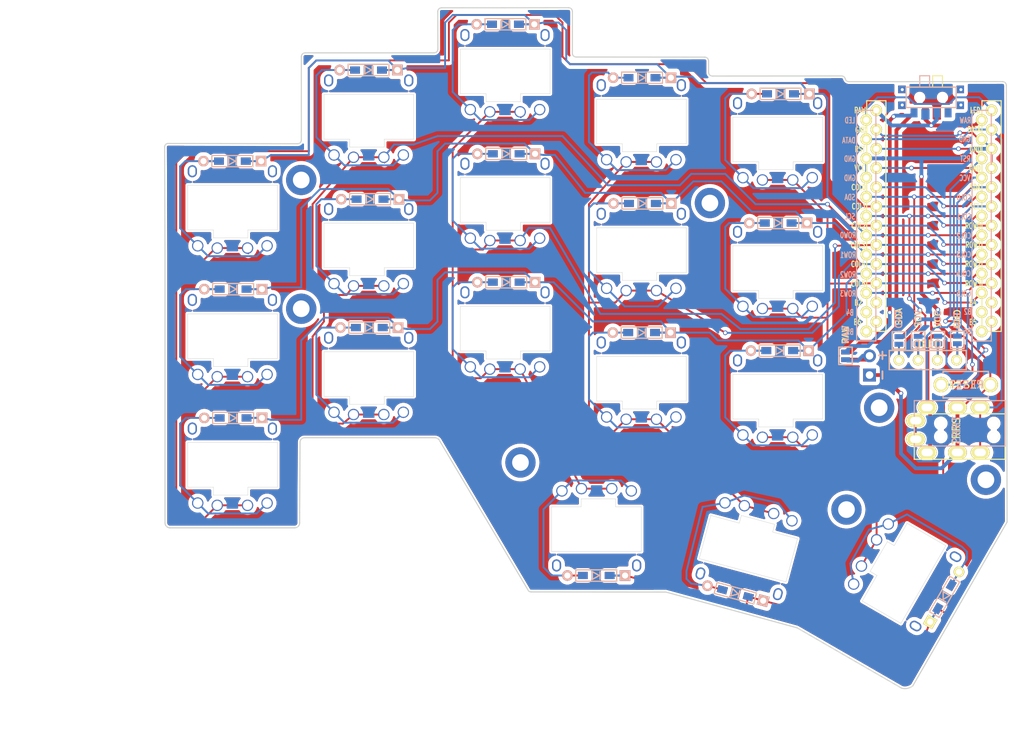
<source format=kicad_pcb>
(kicad_pcb (version 20240108) (generator "pcbnew") (generator_version "8.0")
  (title_block (title "Corne Light") (date "2018-12-26") (rev "2.1") (company "foostan"))
  (layers (0 "F.Cu" signal) (31 "B.Cu" signal) (34 "B.Paste" user) (35 "F.Paste" user) (36 "B.SilkS" user "B.Silkscreen") (37 "F.SilkS" user "F.Silkscreen") (38 "B.Mask" user) (39 "F.Mask" user) (44 "Edge.Cuts" user))
  (net 0 "")
  (net 1 "row0")
  (net 2 "row1")
  (net 3 "Net-(D2-Pad2)")
  (net 4 "row2")
  (net 5 "Net-(D3-Pad2)")
  (net 6 "row3")
  (net 7 "Net-(D4-Pad2)")
  (net 8 "Net-(D5-Pad2)")
  (net 9 "Net-(D6-Pad2)")
  (net 10 "Net-(D8-Pad2)")
  (net 11 "Net-(D9-Pad2)")
  (net 12 "Net-(D10-Pad2)")
  (net 13 "Net-(D11-Pad2)")
  (net 14 "Net-(D12-Pad2)")
  (net 15 "Net-(D14-Pad2)")
  (net 16 "Net-(D15-Pad2)")
  (net 17 "Net-(D16-Pad2)")
  (net 18 "Net-(D17-Pad2)")
  (net 19 "Net-(D18-Pad2)")
  (net 20 "Net-(D19-Pad2)")
  (net 21 "Net-(D20-Pad2)")
  (net 22 "Net-(D21-Pad2)")
  (net 23 "GND")
  (net 24 "VCC")
  (net 25 "col0")
  (net 26 "col1")
  (net 27 "col2")
  (net 28 "col3")
  (net 29 "col4")
  (net 30 "col5")
  (net 31 "LED")
  (net 32 "data")
  (net 33 "reset")
  (net 34 "SCL")
  (net 35 "SDA")
  (net 36 "Net-(U1-Pad14)")
  (net 37 "Net-(U1-Pad13)")
  (net 38 "Net-(U1-Pad12)")
  (net 39 "Net-(U1-Pad11)")
  (net 40 "Net-(J1-PadA)")
  (net 41 "Net-(U1-Pad24)")
  (net 42 "BAT_PLUS")
  (net 43 "SW_RAW_1")
  (net 44 "SW_RAW_2")
  (footprint "kbd:D3_TH_SMD" (layer "F.Cu") (at 179.958166 121.895435 60)
    (property "Reference" "D21" (hide yes))
    (property "Value" "D" (hide yes))
  )
  (footprint "kbd:MJ-4PP-9" (layer "F.Cu") (at 187.96 100.711 -90)
    (property "Reference" "J1")
    (property "Value" "MJ-4PP-9" (hide yes))
  )
  (footprint "wonkyshit:SW_Kailh_Choc_Mini_1.00u_reversible" (layer "F.Cu") (at 85.91 70.4)
    (property "Reference" "SW2" (hide yes))
    (property "Value" "SW_PUSH")
    (fp_line (start -5.9 -2.9) (end -5.9 3) (stroke (width 0.05)) (layer "Edge.Cuts"))
    (fp_line (start -5.9 3) (end -2.5 3) (stroke (width 0.05)) (layer "Edge.Cuts"))
    (fp_line (start -2.5 3) (end -2.5 4.05) (stroke (width 0.05)) (layer "Edge.Cuts"))
    (fp_line (start -2.5 4.05) (end 2.05 4.05) (stroke (width 0.05)) (layer "Edge.Cuts"))
    (fp_line (start 2.05 3) (end 5.95 3) (stroke (width 0.05)) (layer "Edge.Cuts"))
    (fp_line (start 2.05 4.05) (end 2.05 3) (stroke (width 0.05)) (layer "Edge.Cuts"))
    (fp_line (start 5.95 -2.9) (end -5.9 -2.9) (stroke (width 0.05)) (layer "Edge.Cuts"))
    (fp_line (start 5.95 3) (end 5.95 -2.9) (stroke (width 0.05)) (layer "Edge.Cuts"))
  )
  (footprint "wonkyshit:SW_Kailh_Choc_Mini_1.00u_reversible" (layer "F.Cu") (at 103.91 58.4)
    (property "Reference" "SW3" (hide yes))
    (property "Value" "SW_PUSH")
    (fp_line (start -5.9 -2.9) (end -5.9 3) (stroke (width 0.05)) (layer "Edge.Cuts"))
    (fp_line (start -5.9 3) (end -2.5 3) (stroke (width 0.05)) (layer "Edge.Cuts"))
    (fp_line (start -2.5 3) (end -2.5 4.05) (stroke (width 0.05)) (layer "Edge.Cuts"))
    (fp_line (start -2.5 4.05) (end 2.05 4.05) (stroke (width 0.05)) (layer "Edge.Cuts"))
    (fp_line (start 2.05 3) (end 5.95 3) (stroke (width 0.05)) (layer "Edge.Cuts"))
    (fp_line (start 2.05 4.05) (end 2.05 3) (stroke (width 0.05)) (layer "Edge.Cuts"))
    (fp_line (start 5.95 -2.9) (end -5.9 -2.9) (stroke (width 0.05)) (layer "Edge.Cuts"))
    (fp_line (start 5.95 3) (end 5.95 -2.9) (stroke (width 0.05)) (layer "Edge.Cuts"))
  )
  (footprint "wonkyshit:SW_Kailh_Choc_Mini_1.00u_reversible" (layer "F.Cu") (at 121.91 52.4)
    (property "Reference" "SW4" (hide yes))
    (property "Value" "SW_PUSH")
    (fp_line (start -5.9 -2.9) (end -5.9 3) (stroke (width 0.05)) (layer "Edge.Cuts"))
    (fp_line (start -5.9 3) (end -2.5 3) (stroke (width 0.05)) (layer "Edge.Cuts"))
    (fp_line (start -2.5 3) (end -2.5 4.05) (stroke (width 0.05)) (layer "Edge.Cuts"))
    (fp_line (start -2.5 4.05) (end 2.05 4.05) (stroke (width 0.05)) (layer "Edge.Cuts"))
    (fp_line (start 2.05 3) (end 5.95 3) (stroke (width 0.05)) (layer "Edge.Cuts"))
    (fp_line (start 2.05 4.05) (end 2.05 3) (stroke (width 0.05)) (layer "Edge.Cuts"))
    (fp_line (start 5.95 -2.9) (end -5.9 -2.9) (stroke (width 0.05)) (layer "Edge.Cuts"))
    (fp_line (start 5.95 3) (end 5.95 -2.9) (stroke (width 0.05)) (layer "Edge.Cuts"))
  )
  (footprint "wonkyshit:SW_Kailh_Choc_Mini_1.00u_reversible" (layer "F.Cu") (at 139.91 59.02)
    (property "Reference" "SW5" (hide yes))
    (property "Value" "SW_PUSH")
    (fp_line (start -5.9 -2.9) (end -5.9 3) (stroke (width 0.05)) (layer "Edge.Cuts"))
    (fp_line (start -5.9 3) (end -2.5 3) (stroke (width 0.05)) (layer "Edge.Cuts"))
    (fp_line (start -2.5 3) (end -2.5 4.05) (stroke (width 0.05)) (layer "Edge.Cuts"))
    (fp_line (start -2.5 4.05) (end 2.05 4.05) (stroke (width 0.05)) (layer "Edge.Cuts"))
    (fp_line (start 2.05 3) (end 5.95 3) (stroke (width 0.05)) (layer "Edge.Cuts"))
    (fp_line (start 2.05 4.05) (end 2.05 3) (stroke (width 0.05)) (layer "Edge.Cuts"))
    (fp_line (start 5.95 -2.9) (end -5.9 -2.9) (stroke (width 0.05)) (layer "Edge.Cuts"))
    (fp_line (start 5.95 3) (end 5.95 -2.9) (stroke (width 0.05)) (layer "Edge.Cuts"))
  )
  (footprint "wonkyshit:SW_Kailh_Choc_Mini_1.00u_reversible" (layer "F.Cu") (at 157.91 61.4)
    (property "Reference" "SW6" (hide yes))
    (property "Value" "SW_PUSH")
    (fp_line (start -5.9 -2.9) (end -5.9 3) (stroke (width 0.05)) (layer "Edge.Cuts"))
    (fp_line (start -5.9 3) (end -2.5 3) (stroke (width 0.05)) (layer "Edge.Cuts"))
    (fp_line (start -2.5 3) (end -2.5 4.05) (stroke (width 0.05)) (layer "Edge.Cuts"))
    (fp_line (start -2.5 4.05) (end 2.05 4.05) (stroke (width 0.05)) (layer "Edge.Cuts"))
    (fp_line (start 2.05 3) (end 5.95 3) (stroke (width 0.05)) (layer "Edge.Cuts"))
    (fp_line (start 2.05 4.05) (end 2.05 3) (stroke (width 0.05)) (layer "Edge.Cuts"))
    (fp_line (start 5.95 -2.9) (end -5.9 -2.9) (stroke (width 0.05)) (layer "Edge.Cuts"))
    (fp_line (start 5.95 3) (end 5.95 -2.9) (stroke (width 0.05)) (layer "Edge.Cuts"))
  )
  (footprint "wonkyshit:SW_Kailh_Choc_Mini_1.00u_reversible" (layer "F.Cu") (at 85.91 87.4)
    (property "Reference" "SW8" (hide yes))
    (property "Value" "SW_PUSH")
    (fp_line (start -5.9 -2.9) (end -5.9 3) (stroke (width 0.05)) (layer "Edge.Cuts"))
    (fp_line (start -5.9 3) (end -2.5 3) (stroke (width 0.05)) (layer "Edge.Cuts"))
    (fp_line (start -2.5 3) (end -2.5 4.05) (stroke (width 0.05)) (layer "Edge.Cuts"))
    (fp_line (start -2.5 4.05) (end 2.05 4.05) (stroke (width 0.05)) (layer "Edge.Cuts"))
    (fp_line (start 2.05 3) (end 5.95 3) (stroke (width 0.05)) (layer "Edge.Cuts"))
    (fp_line (start 2.05 4.05) (end 2.05 3) (stroke (width 0.05)) (layer "Edge.Cuts"))
    (fp_line (start 5.95 -2.9) (end -5.9 -2.9) (stroke (width 0.05)) (layer "Edge.Cuts"))
    (fp_line (start 5.95 3) (end 5.95 -2.9) (stroke (width 0.05)) (layer "Edge.Cuts"))
  )
  (footprint "wonkyshit:SW_Kailh_Choc_Mini_1.00u_reversible" (layer "F.Cu") (at 103.91 75.4)
    (property "Reference" "SW9" (hide yes))
    (property "Value" "SW_PUSH")
    (fp_line (start -5.9 -2.9) (end -5.9 3) (stroke (width 0.05)) (layer "Edge.Cuts"))
    (fp_line (start -5.9 3) (end -2.5 3) (stroke (width 0.05)) (layer "Edge.Cuts"))
    (fp_line (start -2.5 3) (end -2.5 4.05) (stroke (width 0.05)) (layer "Edge.Cuts"))
    (fp_line (start -2.5 4.05) (end 2.05 4.05) (stroke (width 0.05)) (layer "Edge.Cuts"))
    (fp_line (start 2.05 3) (end 5.95 3) (stroke (width 0.05)) (layer "Edge.Cuts"))
    (fp_line (start 2.05 4.05) (end 2.05 3) (stroke (width 0.05)) (layer "Edge.Cuts"))
    (fp_line (start 5.95 -2.9) (end -5.9 -2.9) (stroke (width 0.05)) (layer "Edge.Cuts"))
    (fp_line (start 5.95 3) (end 5.95 -2.9) (stroke (width 0.05)) (layer "Edge.Cuts"))
  )
  (footprint "wonkyshit:SW_Kailh_Choc_Mini_1.00u_reversible" (layer "F.Cu") (at 121.91 69.4)
    (property "Reference" "SW10" (hide yes))
    (property "Value" "SW_PUSH")
    (fp_line (start -5.9 -2.9) (end -5.9 3) (stroke (width 0.05)) (layer "Edge.Cuts"))
    (fp_line (start -5.9 3) (end -2.5 3) (stroke (width 0.05)) (layer "Edge.Cuts"))
    (fp_line (start -2.5 3) (end -2.5 4.05) (stroke (width 0.05)) (layer "Edge.Cuts"))
    (fp_line (start -2.5 4.05) (end 2.05 4.05) (stroke (width 0.05)) (layer "Edge.Cuts"))
    (fp_line (start 2.05 3) (end 5.95 3) (stroke (width 0.05)) (layer "Edge.Cuts"))
    (fp_line (start 2.05 4.05) (end 2.05 3) (stroke (width 0.05)) (layer "Edge.Cuts"))
    (fp_line (start 5.95 -2.9) (end -5.9 -2.9) (stroke (width 0.05)) (layer "Edge.Cuts"))
    (fp_line (start 5.95 3) (end 5.95 -2.9) (stroke (width 0.05)) (layer "Edge.Cuts"))
  )
  (footprint "wonkyshit:SW_Kailh_Choc_Mini_1.00u_reversible" (layer "F.Cu") (at 139.91 76.02)
    (property "Reference" "SW11" (hide yes))
    (property "Value" "SW_PUSH")
    (fp_line (start -5.9 -2.9) (end -5.9 3) (stroke (width 0.05)) (layer "Edge.Cuts"))
    (fp_line (start -5.9 3) (end -2.5 3) (stroke (width 0.05)) (layer "Edge.Cuts"))
    (fp_line (start -2.5 3) (end -2.5 4.05) (stroke (width 0.05)) (layer "Edge.Cuts"))
    (fp_line (start -2.5 4.05) (end 2.05 4.05) (stroke (width 0.05)) (layer "Edge.Cuts"))
    (fp_line (start 2.05 3) (end 5.95 3) (stroke (width 0.05)) (layer "Edge.Cuts"))
    (fp_line (start 2.05 4.05) (end 2.05 3) (stroke (width 0.05)) (layer "Edge.Cuts"))
    (fp_line (start 5.95 -2.9) (end -5.9 -2.9) (stroke (width 0.05)) (layer "Edge.Cuts"))
    (fp_line (start 5.95 3) (end 5.95 -2.9) (stroke (width 0.05)) (layer "Edge.Cuts"))
  )
  (footprint "wonkyshit:SW_Kailh_Choc_Mini_1.00u_reversible" (layer "F.Cu") (at 157.91 78.4)
    (property "Reference" "SW12" (hide yes))
    (property "Value" "SW_PUSH")
    (fp_line (start -5.9 -2.9) (end -5.9 3) (stroke (width 0.05)) (layer "Edge.Cuts"))
    (fp_line (start -5.9 3) (end -2.5 3) (stroke (width 0.05)) (layer "Edge.Cuts"))
    (fp_line (start -2.5 3) (end -2.5 4.05) (stroke (width 0.05)) (layer "Edge.Cuts"))
    (fp_line (start -2.5 4.05) (end 2.05 4.05) (stroke (width 0.05)) (layer "Edge.Cuts"))
    (fp_line (start 2.05 3) (end 5.95 3) (stroke (width 0.05)) (layer "Edge.Cuts"))
    (fp_line (start 2.05 4.05) (end 2.05 3) (stroke (width 0.05)) (layer "Edge.Cuts"))
    (fp_line (start 5.95 -2.9) (end -5.9 -2.9) (stroke (width 0.05)) (layer "Edge.Cuts"))
    (fp_line (start 5.95 3) (end 5.95 -2.9) (stroke (width 0.05)) (layer "Edge.Cuts"))
  )
  (footprint "wonkyshit:SW_Kailh_Choc_Mini_1.00u_reversible" (layer "F.Cu") (at 85.91 104.4)
    (property "Reference" "SW14" (hide yes))
    (property "Value" "SW_PUSH")
    (fp_line (start -5.9 -2.9) (end -5.9 3) (stroke (width 0.05)) (layer "Edge.Cuts"))
    (fp_line (start -5.9 3) (end -2.5 3) (stroke (width 0.05)) (layer "Edge.Cuts"))
    (fp_line (start -2.5 3) (end -2.5 4.05) (stroke (width 0.05)) (layer "Edge.Cuts"))
    (fp_line (start -2.5 4.05) (end 2.05 4.05) (stroke (width 0.05)) (layer "Edge.Cuts"))
    (fp_line (start 2.05 3) (end 5.95 3) (stroke (width 0.05)) (layer "Edge.Cuts"))
    (fp_line (start 2.05 4.05) (end 2.05 3) (stroke (width 0.05)) (layer "Edge.Cuts"))
    (fp_line (start 5.95 -2.9) (end -5.9 -2.9) (stroke (width 0.05)) (layer "Edge.Cuts"))
    (fp_line (start 5.95 3) (end 5.95 -2.9) (stroke (width 0.05)) (layer "Edge.Cuts"))
  )
  (footprint "wonkyshit:SW_Kailh_Choc_Mini_1.00u_reversible" (layer "F.Cu") (at 103.91 92.4)
    (property "Reference" "SW15" (hide yes))
    (property "Value" "SW_PUSH")
    (fp_line (start -5.9 -2.9) (end -5.9 3) (stroke (width 0.05)) (layer "Edge.Cuts"))
    (fp_line (start -5.9 3) (end -2.5 3) (stroke (width 0.05)) (layer "Edge.Cuts"))
    (fp_line (start -2.5 3) (end -2.5 4.05) (stroke (width 0.05)) (layer "Edge.Cuts"))
    (fp_line (start -2.5 4.05) (end 2.05 4.05) (stroke (width 0.05)) (layer "Edge.Cuts"))
    (fp_line (start 2.05 3) (end 5.95 3) (stroke (width 0.05)) (layer "Edge.Cuts"))
    (fp_line (start 2.05 4.05) (end 2.05 3) (stroke (width 0.05)) (layer "Edge.Cuts"))
    (fp_line (start 5.95 -2.9) (end -5.9 -2.9) (stroke (width 0.05)) (layer "Edge.Cuts"))
    (fp_line (start 5.95 3) (end 5.95 -2.9) (stroke (width 0.05)) (layer "Edge.Cuts"))
  )
  (footprint "wonkyshit:SW_Kailh_Choc_Mini_1.00u_reversible" (layer "F.Cu") (at 121.91 86.4)
    (property "Reference" "SW16" (hide yes))
    (property "Value" "SW_PUSH")
    (fp_line (start -5.9 -2.9) (end -5.9 3) (stroke (width 0.05)) (layer "Edge.Cuts"))
    (fp_line (start -5.9 3) (end -2.5 3) (stroke (width 0.05)) (layer "Edge.Cuts"))
    (fp_line (start -2.5 3) (end -2.5 4.05) (stroke (width 0.05)) (layer "Edge.Cuts"))
    (fp_line (start -2.5 4.05) (end 2.05 4.05) (stroke (width 0.05)) (layer "Edge.Cuts"))
    (fp_line (start 2.05 3) (end 5.95 3) (stroke (width 0.05)) (layer "Edge.Cuts"))
    (fp_line (start 2.05 4.05) (end 2.05 3) (stroke (width 0.05)) (layer "Edge.Cuts"))
    (fp_line (start 5.95 -2.9) (end -5.9 -2.9) (stroke (width 0.05)) (layer "Edge.Cuts"))
    (fp_line (start 5.95 3) (end 5.95 -2.9) (stroke (width 0.05)) (layer "Edge.Cuts"))
  )
  (footprint "wonkyshit:SW_Kailh_Choc_Mini_1.00u_reversible" (layer "F.Cu") (at 139.91 93.025)
    (property "Reference" "SW17" (hide yes))
    (property "Value" "SW_PUSH")
    (fp_line (start -5.9 -2.9) (end -5.9 3) (stroke (width 0.05)) (layer "Edge.Cuts"))
    (fp_line (start -5.9 3) (end -2.5 3) (stroke (width 0.05)) (layer "Edge.Cuts"))
    (fp_line (start -2.5 3) (end -2.5 4.05) (stroke (width 0.05)) (layer "Edge.Cuts"))
    (fp_line (start -2.5 4.05) (end 2.05 4.05) (stroke (width 0.05)) (layer "Edge.Cuts"))
    (fp_line (start 2.05 3) (end 5.95 3) (stroke (width 0.05)) (layer "Edge.Cuts"))
    (fp_line (start 2.05 4.05) (end 2.05 3) (stroke (width 0.05)) (layer "Edge.Cuts"))
    (fp_line (start 5.95 -2.9) (end -5.9 -2.9) (stroke (width 0.05)) (layer "Edge.Cuts"))
    (fp_line (start 5.95 3) (end 5.95 -2.9) (stroke (width 0.05)) (layer "Edge.Cuts"))
  )
  (footprint "wonkyshit:SW_Kailh_Choc_Mini_1.00u_reversible" (layer "F.Cu") (at 157.91 95.4)
    (property "Reference" "SW18" (hide yes))
    (property "Value" "SW_PUSH")
    (fp_line (start -5.9 -2.9) (end -5.9 3) (stroke (width 0.05)) (layer "Edge.Cuts"))
    (fp_line (start -5.9 3) (end -2.5 3) (stroke (width 0.05)) (layer "Edge.Cuts"))
    (fp_line (start -2.5 3) (end -2.5 4.05) (stroke (width 0.05)) (layer "Edge.Cuts"))
    (fp_line (start -2.5 4.05) (end 2.05 4.05) (stroke (width 0.05)) (layer "Edge.Cuts"))
    (fp_line (start 2.05 3) (end 5.95 3) (stroke (width 0.05)) (layer "Edge.Cuts"))
    (fp_line (start 2.05 4.05) (end 2.05 3) (stroke (width 0.05)) (layer "Edge.Cuts"))
    (fp_line (start 5.95 -2.9) (end -5.9 -2.9) (stroke (width 0.05)) (layer "Edge.Cuts"))
    (fp_line (start 5.95 3) (end 5.95 -2.9) (stroke (width 0.05)) (layer "Edge.Cuts"))
  )
  (footprint "wonkyshit:SW_Kailh_Choc_Mini_1.00u_reversible" (layer "F.Cu") (at 134.01 112.99 180)
    (property "Reference" "SW19" (hide yes))
    (property "Value" "SW_PUSH")
    (fp_line (start 5.95 3) (end 5.95 -2.9) (stroke (width 0.05)) (layer "Edge.Cuts"))
    (fp_line (start 5.95 -2.9) (end -5.9 -2.9) (stroke (width 0.05)) (layer "Edge.Cuts"))
    (fp_line (start 2.05 4.05) (end 2.05 3) (stroke (width 0.05)) (layer "Edge.Cuts"))
    (fp_line (start 2.05 3) (end 5.95 3) (stroke (width 0.05)) (layer "Edge.Cuts"))
    (fp_line (start -2.5 4.05) (end 2.05 4.05) (stroke (width 0.05)) (layer "Edge.Cuts"))
    (fp_line (start -2.5 3) (end -2.5 4.05) (stroke (width 0.05)) (layer "Edge.Cuts"))
    (fp_line (start -5.9 3) (end -2.5 3) (stroke (width 0.05)) (layer "Edge.Cuts"))
    (fp_line (start -5.9 -2.9) (end -5.9 3) (stroke (width 0.05)) (layer "Edge.Cuts"))
  )
  (footprint "wonkyshit:SW_Kailh_Choc_Mini_1.00u_reversible" (layer "F.Cu") (at 154.06 115.58 165)
    (property "Reference" "SW20" (hide yes))
    (property "Value" "SW_PUSH")
    (fp_line (start 5.95 -2.9) (end -5.9 -2.9) (stroke (width 0.05)) (layer "Edge.Cuts"))
    (fp_line (start 5.950001 3) (end 5.95 -2.9) (stroke (width 0.05)) (layer "Edge.Cuts"))
    (fp_line (start 2.05 3) (end 5.950001 3) (stroke (width 0.05)) (layer "Edge.Cuts"))
    (fp_line (start 2.05 4.05) (end 2.05 3) (stroke (width 0.05)) (layer "Edge.Cuts"))
    (fp_line (start -2.5 3) (end -2.5 4.05) (stroke (width 0.05)) (layer "Edge.Cuts"))
    (fp_line (start -2.5 4.05) (end 2.05 4.05) (stroke (width 0.05)) (layer "Edge.Cuts"))
    (fp_line (start -5.9 -2.9) (end -5.900001 3) (stroke (width 0.05)) (layer "Edge.Cuts"))
    (fp_line (start -5.900001 3) (end -2.5 3) (stroke (width 0.05)) (layer "Edge.Cuts"))
  )
  (footprint "wonkyshit:SW_Kailh_Choc_Mini_1.00u_reversible" (layer "F.Cu") (at 174.66 118.79 -120)
    (property "Reference" "SW21" (hide yes))
    (property "Value" "SW_PUSH")
    (fp_line (start 5.95 3) (end 5.95 -2.9) (stroke (width 0.05)) (layer "Edge.Cuts"))
    (fp_line (start 2.05 4.05) (end 2.05 3) (stroke (width 0.05)) (layer "Edge.Cuts"))
    (fp_line (start 2.05 3) (end 5.95 3) (stroke (width 0.05)) (layer "Edge.Cuts"))
    (fp_line (start -2.5 4.05) (end 2.05 4.05) (stroke (width 0.05)) (layer "Edge.Cuts"))
    (fp_line (start -2.500001 3) (end -2.5 4.05) (stroke (width 0.05)) (layer "Edge.Cuts"))
    (fp_line (start 5.95 -2.9) (end -5.9 -2.9) (stroke (width 0.05)) (layer "Edge.Cuts"))
    (fp_line (start -5.9 3) (end -2.500001 3) (stroke (width 0.05)) (layer "Edge.Cuts"))
    (fp_line (start -5.9 -2.9) (end -5.9 3) (stroke (width 0.05)) (layer "Edge.Cuts"))
  )
  (footprint "kbd:ProMicro_v2" (layer "F.Cu") (at 178.51 72.0784)
    (property "Reference" "U1" (hide yes))
    (property "Value" "ProMicro" (hide yes))
  )
  (footprint "foostan:Jumper" (layer "F.Cu") (at 179.07 87.9484 -90)
    (property "Reference" "JP65" (hide yes))
    (property "Value" "VCC")
  )
  (footprint "foostan:OLED" (layer "F.Cu") (at 173.93 90.6084)
    (property "Reference" "J2")
    (property "Value" "OLED" (hide yes))
  )
  (footprint "foostan:Jumper" (layer "F.Cu") (at 176.47 87.9684 -90)
    (property "Reference" "JP63" (hide yes))
    (property "Value" "SCL")
  )
  (footprint "foostan:Jumper" (layer "F.Cu") (at 173.93 87.9984 -90)
    (property "Reference" "JP61" (hide yes))
    (property "Value" " SDA")
  )
  (footprint "foostan:Jumper" (layer "F.Cu") (at 181.64 87.9388 -90)
    (property "Reference" "JP68" (hide yes))
    (property "Value" "GND")
  )
  (footprint "kbd:ResetSW" (layer "F.Cu") (at 182.753 93.853)
    (property "Reference" "RSW1" (hide yes))
    (property "Value" "Val**")
  )
  (footprint "kbd:LEGO_HOLE" (layer "F.Cu") (at 171.323 96.901)
    (property "Reference" "h2" (hide yes))
    (property "Value" "h2")
  )
  (footprint "kbd:LEGO_HOLE" (layer "F.Cu") (at 185.42 106.426)
    (property "Reference" "H1" (hide yes))
    (property "Value" "h1")
  )
  (footprint "kbd:LEGO_HOLE" (layer "F.Cu") (at 95 66.802)
    (property "Reference" "h6" (hide yes))
    (property "Value" "h6")
  )
  (footprint "kbd:LEGO_HOLE" (layer "F.Cu") (at 148.971 69.85)
    (property "Reference" "h7" (hide yes))
    (property "Value" "h7")
  )
  (footprint "kbd:LEGO_HOLE" (layer "F.Cu") (at 123.952 104.14)
    (property "Reference" "h4" (hide yes))
    (property "Value" "h4")
  )
  (footprint "kbd:LEGO_HOLE" (layer "F.Cu") (at 167.005 110.363)
    (property "Reference" "h3" (hide yes))
    (property "Value" "h3")
  )
  (footprint "kbd:LEGO_HOLE" (layer "F.Cu") (at 95 83.82)
    (property "Reference" "h5" (hide yes))
    (property "Value" "h5")
  )
  (footprint "foostan:Jumper" (layer "F.Cu") (at 166.878 90.043 -90)
    (property "Reference" "JP61" (hide yes))
    (property "Value" "RAW")
  )
  (footprint "Buttons_Switches:SW_SPDT+H-MSK12C01_hor(7pin_SMD)" (layer "F.Cu") (at 178.181 55.88 180)
    (property "Reference" "SW1")
    (property "Value" "SW_SPDT")
  )
  (footprint "kbd:Battery_TH" (layer "F.Cu") (at 170.053 92.583 180)
    (property "Reference" "J3")
    (property "Value" "Conn_01x02_Female")
  )
  (footprint "kbd:D3_TH_SMD" (layer "B.Cu") (at 85.9028 64.3128 180)
    (property "Reference" "D2" (hide yes))
    (property "Value" "D" (hide yes))
  )
  (footprint "kbd:D3_TH_SMD" (layer "B.Cu") (at 103.886 52.2732 180)
    (property "Reference" "D3" (hide yes))
    (property "Value" "D" (hide yes))
  )
  (footprint "kbd:D3_TH_SMD" (layer "B.Cu") (at 121.9708 46.228 180)
    (property "Reference" "D4" (hide yes))
    (property "Value" "D" (hide yes))
  )
  (footprint "kbd:D3_TH_SMD" (layer "B.Cu") (at 140.0048 53.2892 180)
    (property "Reference" "D5" (hide yes))
    (property "Value" "D" (hide yes))
  )
  (footprint "kbd:D3_TH_SMD" (layer "B.Cu") (at 158.2928 55.4228 180)
    (property "Reference" "D6" (hide yes))
    (property "Value" "D" (hide yes))
  )
  (footprint "kbd:D3_TH_SMD" (layer "B.Cu") (at 86.0044 81.2292 180)
    (property "Reference" "D8" (hide yes))
    (property "Value" "D" (hide yes))
  )
  (footprint "kbd:D3_TH_SMD" (layer "B.Cu") (at 104.0892 69.342 180)
    (property "Reference" "D9" (hide yes))
    (property "Value" "D" (hide yes))
  )
  (footprint "kbd:D3_TH_SMD" (layer "B.Cu") (at 122.0724 63.3476 180)
    (property "Reference" "D10" (hide yes))
    (property "Value" "D" (hide yes))
  )
  (footprint "kbd:D3_TH_SMD" (layer "B.Cu") (at 140.0556 69.9008 180)
    (property "Reference" "D11" (hide yes))
    (property "Value" "D" (hide yes))
  )
  (footprint "kbd:D3_TH_SMD" (layer "B.Cu") (at 157.988 72.4916 180)
    (property "Reference" "D12" (hide yes))
    (property "Value" "D" (hide yes))
  )
  (footprint "kbd:D3_TH_SMD" (layer "B.Cu") (at 86.0044 98.2472 180)
    (property "Reference" "D14" (hide yes))
    (property "Value" "D" (hide yes))
  )
  (footprint "kbd:D3_TH_SMD" (layer "B.Cu") (at 103.9876 86.3092 180)
    (property "Reference" "D15" (hide yes))
    (property "Value" "D" (hide yes))
  )
  (footprint "kbd:D3_TH_SMD" (layer "B.Cu") (at 122.0724 80.3148 180)
    (property "Reference" "D16" (hide yes))
    (property "Value" "D" (hide yes))
  )
  (footprint "kbd:D3_TH_SMD" (layer "B.Cu") (at 139.954 86.9696 180)
    (property "Reference" "D17" (hide yes))
    (property "Value" "D" (hide yes))
  )
  (footprint "kbd:D3_TH_SMD" (layer "B.Cu") (at 158.1912 89.3572 180)
    (property "Reference" "D18" (hide yes))
    (property "Value" "D" (hide yes))
  )
  (footprint "kbd:D3_TH_SMD" (layer "B.Cu") (at 133.9596 119.0752 180)
    (property "Reference" "D19" (hide yes))
    (property "Value" "D" (hide yes))
  )
  (footprint "kbd:D3_TH_SMD" (layer "B.Cu") (at 152.328568 121.410834 165)
    (property "Reference" "D20" (hide yes))
    (property "Value" "D" (hide yes))
  )
  (footprint "foostan:Jumper" (layer "B.Cu") (at 176.48 87.9784 -90)
    (property "Reference" "JP64" (hide yes))
    (property "Value" "VCC")
  )
  (footprint "foostan:Jumper" (layer "B.Cu") (at 173.93 88.008 -90)
    (property "Reference" "JP62" (hide yes))
    (property "Value" "GND")
  )
  (footprint "foostan:Jumper" (layer "B.Cu") (at 181.64 87.9284 -90)
    (property "Reference" "JP6" (hide yes))
    (property "Value" " SDA")
  )
  (footprint "foostan:Jumper" (layer "B.Cu") (at 179.06 87.9484 -90)
    (property "Reference" "JP66" (hide yes))
    (property "Value" "SCL")
  )
  (footprint "Buttons_Switches:SW_SPDT+H-MSK12C01_hor(7pin_SMD)" (layer "B.Cu") (at 178.181 55.88)
    (property "Reference" "SW2")
    (property "Value" "SW_SPDT")
  )
  (footprint "foostan:Jumper" (layer "B.Cu") (at 166.878 90.043 -90)
    (property "Reference" "JP62" (hide yes))
    (property "Value" "RAW")
  )
  (gr_line (start 187.62 53.805) (end 167.3304 53.81502) (stroke (width 0.15)) (layer "Edge.Cuts"))
  (gr_line (start 94.515447 62.020847) (end 77.4192 61.976) (stroke (width 0.15)) (layer "Edge.Cuts"))
  (gr_line (start 175.768 133.6548) (end 188.214 112.014) (stroke (width 0.15)) (layer "Edge.Cuts"))
  (gr_line (start 160.4772 125.984) (end 174.288668 133.9596) (stroke (width 0.15)) (layer "Edge.Cuts"))
  (gr_line (start 125.3744 121.240811) (end 143.1544 121.2596) (stroke (width 0.15)) (layer "Edge.Cuts"))
  (gr_arc (start 166.360498 53.055) (mid 166.676734 53.167708) (end 166.8504 53.45502) (stroke (width 0.15)) (layer "Edge.Cuts"))
  (gr_arc (start 167.3304 53.81502) (mid 167.0304 53.71502) (end 166.8504 53.45502) (stroke (width 0.15)) (layer "Edge.Cuts"))
  (gr_line (start 166.360498 53.055) (end 149.2932 53.06902) (stroke (width 0.15)) (layer "Edge.Cuts"))
  (gr_arc (start 95.015447 61.520847) (mid 94.869 61.8744) (end 94.515447 62.020847) (stroke (width 0.15)) (layer "Edge.Cuts"))
  (gr_arc (start 95.01712 50.50682) (mid 95.163567 50.153267) (end 95.51712 50.00682) (stroke (width 0.15)) (layer "Edge.Cuts"))
  (gr_line (start 130.31 44.0362) (end 113.53 44.049553) (stroke (width 0.15)) (layer "Edge.Cuts"))
  (gr_line (start 130.81 50.0534) (end 130.81 44.5362) (stroke (width 0.15)) (layer "Edge.Cuts"))
  (gr_line (start 148.2932 50.56902) (end 131.31 50.5534) (stroke (width 0.15)) (layer "Edge.Cuts"))
  (gr_line (start 148.7932 52.56902) (end 148.7932 51.06902) (stroke (width 0.15)) (layer "Edge.Cuts"))
  (gr_line (start 95.01712 50.50682) (end 95.015447 61.520847) (stroke (width 0.15)) (layer "Edge.Cuts"))
  (gr_line (start 112.54712 50.00682) (end 95.51712 50.00682) (stroke (width 0.15)) (layer "Edge.Cuts"))
  (gr_line (start 113.03 44.549553) (end 113.04712 49.50682) (stroke (width 0.15)) (layer "Edge.Cuts"))
  (gr_arc (start 113.04712 49.50682) (mid 112.900673 49.860373) (end 112.54712 50.00682) (stroke (width 0.15)) (layer "Edge.Cuts"))
  (gr_arc (start 113.03 44.549553) (mid 113.176447 44.196) (end 113.53 44.049553) (stroke (width 0.15)) (layer "Edge.Cuts"))
  (gr_arc (start 130.31 44.0362) (mid 130.663553 44.182647) (end 130.81 44.5362) (stroke (width 0.15)) (layer "Edge.Cuts"))
  (gr_arc (start 131.31 50.5534) (mid 130.956447 50.406953) (end 130.81 50.0534) (stroke (width 0.15)) (layer "Edge.Cuts"))
  (gr_arc (start 148.2932 50.56902) (mid 148.646753 50.715467) (end 148.7932 51.06902) (stroke (width 0.15)) (layer "Edge.Cuts"))
  (gr_arc (start 149.2932 53.06902) (mid 148.939647 52.922573) (end 148.7932 52.56902) (stroke (width 0.15)) (layer "Edge.Cuts"))
  (gr_arc (start 187.62 53.805) (mid 187.973553 53.951447) (end 188.12 54.305) (stroke (width 0.15)) (layer "Edge.Cuts"))
  (gr_line (start 95.4532 100.862652) (end 112.6236 100.862652) (stroke (width 0.15)) (layer "Edge.Cuts"))
  (gr_line (start 94.7928 110.744) (end 94.8436 101.472252) (stroke (width 0.15)) (layer "Edge.Cuts"))
  (gr_arc (start 112.6236 100.862652) (mid 113.02279 100.980057) (end 113.294857 101.294883) (stroke (width 0.15)) (layer "Edge.Cuts"))
  (gr_arc (start 125.3744 121.240811) (mid 125.184464 121.206306) (end 125.0188 121.1072) (stroke (width 0.15)) (layer "Edge.Cuts"))
  (gr_arc (start 175.768 133.6548) (mid 175.064863 133.984494) (end 174.288668 133.959599) (stroke (width 0.15)) (layer "Edge.Cuts"))
  (gr_line (start 77.0128 93.7768) (end 77.0128 110.744) (stroke (width 0.15)) (layer "Edge.Cuts"))
  (gr_line (start 76.962 62.4332) (end 77.0128 76.708) (stroke (width 0.15)) (layer "Edge.Cuts"))
  (gr_line (start 188.12 54.305) (end 188.214 112.014) (stroke (width 0.15)) (layer "Edge.Cuts"))
  (gr_line (start 94.7928 112.1156) (end 94.7928 110.744) (stroke (width 0.15)) (layer "Edge.Cuts"))
  (gr_arc (start 94.8436 101.472252) (mid 95.022148 101.0412) (end 95.4532 100.862652) (stroke (width 0.15)) (layer "Edge.Cuts"))
  (gr_arc (start 94.7928 112.1156) (mid 94.599373 112.582573) (end 94.1324 112.776) (stroke (width 0.15)) (layer "Edge.Cuts"))
  (gr_line (start 77.0128 112.1156) (end 77.0128 110.744) (stroke (width 0.15)) (layer "Edge.Cuts"))
  (gr_line (start 77.0128 76.708) (end 77.0128 93.7768) (stroke (width 0.15)) (layer "Edge.Cuts"))
  (gr_line (start 113.294857 101.294883) (end 125.0188 121.1072) (stroke (width 0.15)) (layer "Edge.Cuts"))
  (gr_arc (start 76.962 62.4332) (mid 77.095911 62.109911) (end 77.4192 61.976) (stroke (width 0.15)) (layer "Edge.Cuts"))
  (gr_line (start 77.6732 112.776) (end 94.1324 112.776) (stroke (width 0.15)) (layer "Edge.Cuts"))
  (gr_line (start 143.1544 121.2596) (end 160.4772 125.984) (stroke (width 0.15)) (layer "Edge.Cuts"))
  (gr_arc (start 77.6732 112.776) (mid 77.206227 112.582573) (end 77.0128 112.1156) (stroke (width 0.15)) (layer "Edge.Cuts"))
  (gr_text "GND" (at 168.91 60.198 0) (layer "F.SilkS") (effects (font (size 0.75 0.5) (thickness 0.125))))
  (via (at 182.118 56.896) (size 0.6) (drill 0.4) (layers "F.Cu" "B.Cu") (net 0))
  (via (at 174.371 54.864) (size 0.6) (drill 0.4) (layers "F.Cu" "B.Cu") (net 0))
  (via (at 174.371 56.896) (size 0.6) (drill 0.4) (layers "F.Cu" "B.Cu") (net 0))
  (via (at 182.118 54.864) (size 0.6) (drill 0.4) (layers "F.Cu" "B.Cu") (net 0))
  (segment (start 183.598 72.8404) (end 182.328 74.1104) (width 0.25) (layer "F.Cu") (net 1))
  (segment (start 159.763 55.4228) (end 161.798 55.4228) (width 0.25) (layer "F.Cu") (net 1))
  (segment (start 186.1664 72.8404) (end 183.598 72.8404) (width 0.25) (layer "F.Cu") (net 1))
  (segment (start 182.328 74.1104) (end 177.8 74.1104) (width 0.25) (layer "F.Cu") (net 1))
  (via (at 177.8 74.1104) (size 0.6) (drill 0.4) (layers "F.Cu" "B.Cu") (net 1))
  (segment (start 164.5 68.9904) (end 169.62 74.1104) (width 0.25) (layer "B.Cu") (net 1))
  (segment (start 127 46) (end 129 46) (width 0.25) (layer "B.Cu") (net 1))
  (segment (start 125.7808 46.228) (end 123.7458 46.228) (width 0.25) (layer "B.Cu") (net 1))
  (segment (start 164 55.4228) (end 164.5 56) (width 0.25) (layer "B.Cu") (net 1))
  (segment (start 109 52) (end 107.696 52.2732) (width 0.25) (layer "B.Cu") (net 1))
  (segment (start 141.7798 53.2892) (end 143.8148 53.2892) (width 0.25) (layer "B.Cu") (net 1))
  (segment (start 130 51) (end 130.5 51.5) (width 0.25) (layer "B.Cu") (net 1))
  (segment (start 130.5 51.5) (end 142 51.5) (width 0.25) (layer "B.Cu") (net 1))
  (segment (start 105.8642 52.2732) (end 107.8992 52.2732) (width 0.25) (layer "B.Cu") (net 1))
  (segment (start 143.8148 53.2892) (end 143.959 53.145) (width 0.25) (layer "B.Cu") (net 1))
  (segment (start 162.1028 55.4228) (end 161 54) (width 0.25) (layer "B.Cu") (net 1))
  (segment (start 164.5 56) (end 164.5 68.9904) (width 0.25) (layer "B.Cu") (net 1))
  (segment (start 114 52) (end 109 52) (width 0.25) (layer "B.Cu") (net 1))
  (segment (start 130 47) (end 130 51) (width 0.25) (layer "B.Cu") (net 1))
  (segment (start 129 46) (end 130 47) (width 0.25) (layer "B.Cu") (net 1))
  (segment (start 125.7808 46.228) (end 124.5 45) (width 0.25) (layer "B.Cu") (net 1))
  (segment (start 96 63.5) (end 91 63.5) (width 0.25) (layer "B.Cu") (net 1))
  (segment (start 161 54) (end 147.5 54) (width 0.25) (layer "B.Cu") (net 1))
  (segment (start 146.645 53.145) (end 147.5 54) (width 0.25) (layer "B.Cu") (net 1))
  (segment (start 105.661 52.2732) (end 107.696 52.2732) (width 0.25) (layer "B.Cu") (net 1))
  (segment (start 142 51.5) (end 143.8148 53.2892) (width 0.25) (layer "B.Cu") (net 1))
  (segment (start 162.1028 55.4228) (end 164 55.4228) (width 0.25) (layer "B.Cu") (net 1))
  (segment (start 91 63.5) (end 89.7128 64.3128) (width 0.25) (layer "B.Cu") (net 1))
  (segment (start 169.62 74.1104) (end 177.8 74.1104) (width 0.25) (layer "B.Cu") (net 1))
  (segment (start 97 51) (end 96 52) (width 0.25) (layer "B.Cu") (net 1))
  (segment (start 125.7808 46.228) (end 127 46) (width 0.25) (layer "B.Cu") (net 1))
  (segment (start 96 52) (end 96 63.5) (width 0.25) (layer "B.Cu") (net 1))
  (segment (start 125.8824 46.228) (end 123.8474 46.228) (width 0.25) (layer "B.Cu") (net 1))
  (segment (start 106.5 51) (end 97 51) (width 0.25) (layer "B.Cu") (net 1))
  (segment (start 143.959 53.145) (end 146.645 53.145) (width 0.25) (layer "B.Cu") (net 1))
  (segment (start 161.798 55.4228) (end 159.763 55.4228) (width 0.25) (layer "B.Cu") (net 1))
  (segment (start 124.5 45) (end 115 45) (width 0.25) (layer "B.Cu") (net 1))
  (segment (start 107.696 52.2732) (end 106.5 51) (width 0.25) (layer "B.Cu") (net 1))
  (segment (start 115 45) (end 114 46) (width 0.25) (layer "B.Cu") (net 1))
  (segment (start 87.7794 64.3128) (end 89.8144 64.3128) (width 0.25) (layer "B.Cu") (net 1))
  (segment (start 114 46) (end 114 52) (width 0.25) (layer "B.Cu") (net 1))
  (segment (start 141.7798 53.2892) (end 143.8148 53.2892) (width 0.25) (layer "B.Cu") (net 1))
  (segment (start 186.1664 75.3804) (end 183.852 75.3804) (width 0.25) (layer "F.Cu") (net 2))
  (segment (start 182.582 76.6504) (end 177.8 76.6504) (width 0.25) (layer "F.Cu") (net 2))
  (segment (start 183.852 75.3804) (end 182.582 76.6504) (width 0.25) (layer "F.Cu") (net 2))
  (via (at 177.8 76.6504) (size 0.6) (drill 0.4) (layers "F.Cu" "B.Cu") (net 2))
  (segment (start 141.8306 69.9008) (end 143.8656 69.9008) (width 0.25) (layer "B.Cu") (net 2))
  (segment (start 87.6778 81.2292) (end 89.7128 81.2292) (width 0.25) (layer "B.Cu") (net 2))
  (segment (start 169.62 76.6504) (end 177.8 76.6504) (width 0.25) (layer "B.Cu") (net 2))
  (segment (start 132.5 68.5) (end 128.5 63.5) (width 0.25) (layer "B.Cu") (net 2))
  (segment (start 95 81) (end 91 81) (width 0.25) (layer "B.Cu") (net 2))
  (segment (start 97.5 68) (end 95 70.5) (width 0.25) (layer "B.Cu") (net 2))
  (segment (start 154.5 71) (end 150.5 67) (width 0.25) (layer "B.Cu") (net 2))
  (segment (start 112 69.5) (end 109 69.5) (width 0.25) (layer "B.Cu") (net 2))
  (segment (start 109 69.5) (end 107.8992 69.342) (width 0.25) (layer "B.Cu") (net 2))
  (segment (start 141.729 69.9008) (end 143.764 69.9008) (width 0.25) (layer "B.Cu") (net 2))
  (segment (start 143.8656 69.9008) (end 142.5 68.5) (width 0.25) (layer "B.Cu") (net 2))
  (segment (start 160.3064 71) (end 154.5 71) (width 0.25) (layer "B.Cu") (net 2))
  (segment (start 142.5 68.5) (end 132.5 68.5) (width 0.25) (layer "B.Cu") (net 2))
  (segment (start 125.8824 63.3476) (end 124.5 62) (width 0.25) (layer "B.Cu") (net 2))
  (segment (start 146.7664 67) (end 143.8656 69.9008) (width 0.25) (layer "B.Cu") (net 2))
  (segment (start 105.8642 69.342) (end 107.8992 69.342) (width 0.25) (layer "B.Cu") (net 2))
  (segment (start 123.8474 63.3476) (end 125.8824 63.3476) (width 0.25) (layer "B.Cu") (net 2))
  (segment (start 127 63.5) (end 125.8824 63.3476) (width 0.25) (layer "B.Cu") (net 2))
  (segment (start 169.62 76.6504) (end 165.4612 72.4916) (width 0.25) (layer "B.Cu") (net 2))
  (segment (start 150.5 67) (end 146.7664 67) (width 0.25) (layer "B.Cu") (net 2))
  (segment (start 107.8992 69.342) (end 106.5 68) (width 0.25) (layer "B.Cu") (net 2))
  (segment (start 113 63) (end 113 68.5) (width 0.25) (layer "B.Cu") (net 2))
  (segment (start 87.7794 81.2292) (end 89.8144 81.2292) (width 0.25) (layer "B.Cu") (net 2))
  (segment (start 114 62) (end 113 63) (width 0.25) (layer "B.Cu") (net 2))
  (segment (start 95 70.5) (end 95 81) (width 0.25) (layer "B.Cu") (net 2))
  (segment (start 161.798 72.4916) (end 160.3064 71) (width 0.25) (layer "B.Cu") (net 2))
  (segment (start 165.4612 72.4916) (end 161.798 72.4916) (width 0.25) (layer "B.Cu") (net 2))
  (segment (start 159.763 72.4916) (end 161.798 72.4916) (width 0.25) (layer "B.Cu") (net 2))
  (segment (start 161.798 72.4916) (end 160.0678 72.4916) (width 0.25) (layer "B.Cu") (net 2))
  (segment (start 91 81) (end 89.8144 81.2292) (width 0.25) (layer "B.Cu") (net 2))
  (segment (start 107.696 69.342) (end 105.661 69.342) (width 0.25) (layer "B.Cu") (net 2))
  (segment (start 124.5 62) (end 114 62) (width 0.25) (layer "B.Cu") (net 2))
  (segment (start 106.5 68) (end 97.5 68) (width 0.25) (layer "B.Cu") (net 2))
  (segment (start 123.7458 63.3476) (end 125.7808 63.3476) (width 0.25) (layer "B.Cu") (net 2))
  (segment (start 128.5 63.5) (end 127 63.5) (width 0.25) (layer "B.Cu") (net 2))
  (segment (start 113 68.5) (end 112 69.5) (width 0.25) (layer "B.Cu") (net 2))
  (segment (start 89.115 76.875) (end 90.49 75.5) (width 0.25) (layer "B.Cu") (net 3))
  (segment (start 79 73.17) (end 79 65) (width 0.25) (layer "B.Cu") (net 3))
  (segment (start 84.2294 64.3128) (end 82.1944 64.3128) (width 0.25) (layer "B.Cu") (net 3))
  (segment (start 81.33 75.5) (end 79 73.17) (width 0.25) (layer "B.Cu") (net 3))
  (segment (start 82.705 76.875) (end 89.115 76.875) (width 0.25) (layer "B.Cu") (net 3))
  (segment (start 81.33 75.5) (end 82.705 76.875) (width 0.25) (layer "B.Cu") (net 3))
  (segment (start 79.6872 64.3128) (end 82.0928 64.3128) (width 0.25) (layer "B.Cu") (net 3))
  (segment (start 84.1278 64.3128) (end 82.0928 64.3128) (width 0.25) (layer "B.Cu") (net 3))
  (segment (start 79 65) (end 79.6872 64.3128) (width 0.25) (layer "B.Cu") (net 3))
  (segment (start 182.836 79.1904) (end 177.8 79.1904) (width 0.25) (layer "F.Cu") (net 4))
  (segment (start 184.106 77.9204) (end 182.836 79.1904) (width 0.25) (layer "F.Cu") (net 4))
  (segment (start 186.1664 77.9204) (end 184.106 77.9204) (width 0.25) (layer "F.Cu") (net 4))
  (via (at 177.8 79.1904) (size 0.6) (drill 0.4) (layers "F.Cu" "B.Cu") (net 4))
  (segment (start 159.9662 89.3572) (end 162.0012 89.3572) (width 0.25) (layer "B.Cu") (net 4))
  (segment (start 124.5 79) (end 125.8824 80.3148) (width 0.25) (layer "B.Cu") (net 4))
  (segment (start 87.7794 98.2472) (end 89.8144 98.2472) (width 0.25) (layer "B.Cu") (net 4))
  (segment (start 142.5 85.5) (end 143.764 86.9696) (width 0.25) (layer "B.Cu") (net 4))
  (segment (start 133.5 85.5) (end 142.5 85.5) (width 0.25) (layer "B.Cu") (net 4))
  (segment (start 91 98.5) (end 89.8144 98.2472) (width 0.25) (layer "B.Cu") (net 4))
  (segment (start 107.7976 86.3092) (end 106.5 85) (width 0.25) (layer "B.Cu") (net 4))
  (segment (start 143.764 86.9696) (end 148.9696 86.9696) (width 0.25) (layer "B.Cu") (net 4))
  (segment (start 114 79) (end 124.5 79) (width 0.25) (layer "B.Cu") (net 4))
  (segment (start 168.3096 79.1904) (end 167 80.5) (width 0.25) (layer "B.Cu") (net 4))
  (segment (start 125.8824 80.3148) (end 128.3148 80.3148) (width 0.25) (layer "B.Cu") (net 4))
  (segment (start 141.729 86.9696) (end 143.764 86.9696) (width 0.25) (layer "B.Cu") (net 4))
  (segment (start 105.7626 86.3092) (end 107.7976 86.3092) (width 0.25) (layer "B.Cu") (net 4))
  (segment (start 160.644 88) (end 150 88) (width 0.25) (layer "B.Cu") (net 4))
  (segment (start 162.0012 89.3572) (end 167 84.5) (width 0.25) (layer "B.Cu") (net 4))
  (segment (start 98 85) (end 95 88) (width 0.25) (layer "B.Cu") (net 4))
  (segment (start 123.8474 80.3148) (end 125.8824 80.3148) (width 0.25) (layer "B.Cu") (net 4))
  (segment (start 169.62 79.1904) (end 177.8 79.1904) (width 0.25) (layer "B.Cu") (net 4))
  (segment (start 107.7976 86.3092) (end 109 86.5) (width 0.25) (layer "B.Cu") (net 4))
  (segment (start 128.3148 80.3148) (end 133.5 85.5) (width 0.25) (layer "B.Cu") (net 4))
  (segment (start 95 88) (end 95 98.5) (width 0.25) (layer "B.Cu") (net 4))
  (segment (start 113 80) (end 114 79) (width 0.25) (layer "B.Cu") (net 4))
  (segment (start 106.5 85) (end 98 85) (width 0.25) (layer "B.Cu") (net 4))
  (segment (start 123.7458 80.3148) (end 125.7808 80.3148) (width 0.25) (layer "B.Cu") (net 4))
  (segment (start 148.9696 86.9696) (end 150 88) (width 0.25) (layer "B.Cu") (net 4))
  (segment (start 113 85.5) (end 113 80) (width 0.25) (layer "B.Cu") (net 4))
  (segment (start 95 98.5) (end 91 98.5) (width 0.25) (layer "B.Cu") (net 4))
  (segment (start 159.8646 89.3572) (end 161.8996 89.3572) (width 0.25) (layer "B.Cu") (net 4))
  (segment (start 169.62 79.1904) (end 168.3096 79.1904) (width 0.25) (layer "B.Cu") (net 4))
  (segment (start 112 86.5) (end 113 85.5) (width 0.25) (layer "B.Cu") (net 4))
  (segment (start 141.8306 86.9696) (end 143.8656 86.9696) (width 0.25) (layer "B.Cu") (net 4))
  (segment (start 167 84.5) (end 167 80.5) (width 0.25) (layer "B.Cu") (net 4))
  (segment (start 162.0012 89.3572) (end 160.644 88) (width 0.25) (layer "B.Cu") (net 4))
  (segment (start 109 86.5) (end 112 86.5) (width 0.25) (layer "B.Cu") (net 4))
  (segment (start 105.7626 86.3092) (end 107.7976 86.3092) (width 0.25) (layer "B.Cu") (net 4))
  (segment (start 87.6778 98.2472) (end 89.7128 98.2472) (width 0.25) (layer "B.Cu") (net 4))
  (segment (start 107.115 64.875) (end 108.49 63.5) (width 0.25) (layer "B.Cu") (net 5))
  (segment (start 100.705 64.875) (end 107.115 64.875) (width 0.25) (layer "B.Cu") (net 5))
  (segment (start 102.111 52.2732) (end 100.076 52.2732) (width 0.25) (layer "B.Cu") (net 5))
  (segment (start 99.33 63.5) (end 100.705 64.875) (width 0.25) (layer "B.Cu") (net 5))
  (segment (start 96.989402 53) (end 97.716202 52.2732) (width 0.25) (layer "B.Cu") (net 5))
  (segment (start 99.33 63.5) (end 96.989402 61.159402) (width 0.25) (layer "B.Cu") (net 5))
  (segment (start 97.716202 52.2732) (end 100.076 52.2732) (width 0.25) (layer "B.Cu") (net 5))
  (segment (start 96.989402 61.159402) (end 96.989402 53) (width 0.25) (layer "B.Cu") (net 5))
  (segment (start 177 128) (end 178.053166 125.194992) (width 0.25) (layer "F.Cu") (net 6))
  (segment (start 180.975 101.092) (end 179.7812 102.2858) (width 0.25) (layer "F.Cu") (net 6))
  (segment (start 180.975 98.679) (end 180.975 101.092) (width 0.25) (layer "F.Cu") (net 6))
  (segment (start 179.8828 95.9612) (end 179.8828 97.5868) (width 0.25) (layer "F.Cu") (net 6))
  (segment (start 153.794712 123) (end 153 123.033361) (width 0.25) (layer "F.Cu") (net 6))
  (segment (start 154.043086 121.870237) (end 156.008745 122.396934) (width 0.25) (layer "F.Cu") (net 6))
  (segment (start 153 123.033361) (end 137.7696 119.0752) (width 0.25) (layer "F.Cu") (net 6))
  (segment (start 178.373611 81.756789) (end 178.4 81.7304) (width 0.25) (layer "F.Cu") (net 6))
  (segment (start 182.836 81.7304) (end 183.923001 80.643399) (width 0.25) (layer "F.Cu") (net 6))
  (segment (start 135.7346 119.0752) (end 137.7696 119.0752) (width 0.25) (layer "F.Cu") (net 6))
  (segment (start 156.008745 122.396934) (end 177 128) (width 0.25) (layer "F.Cu") (net 6))
  (segment (start 185.294082 115.012217) (end 180.293822 124.179361) (width 0.25) (layer "F.Cu") (net 6))
  (segment (start 183.642 92.202) (end 179.8828 95.9612) (width 0.25) (layer "F.Cu") (net 6))
  (segment (start 180.293822 124.179361) (end 179.070666 123.43263) (width 0.25) (layer "F.Cu") (net 6))
  (segment (start 179.8828 97.5868) (end 180.975 98.679) (width 0.25) (layer "F.Cu") (net 6))
  (segment (start 179.070666 123.43263) (end 178.053166 125.194992) (width 0.25) (layer "F.Cu") (net 6))
  (segment (start 179.7812 102.2858) (end 179.777922 111.758079) (width 0.25) (layer "F.Cu") (net 6))
  (segment (start 179.777922 111.758079) (end 185.294082 115.012217) (width 0.25) (layer "F.Cu") (net 6))
  (segment (start 178.4 81.7304) (end 182.836 81.7304) (width 0.25) (layer "F.Cu") (net 6))
  (segment (start 183.642 91.186) (end 183.642 92.202) (width 0.25) (layer "F.Cu") (net 6))
  (segment (start 154.043086 121.870237) (end 153.794712 123) (width 0.25) (layer "F.Cu") (net 6))
  (segment (start 183.923001 80.643399) (end 185.983401 80.643399) (width 0.25) (layer "F.Cu") (net 6))
  (via (at 183.0324 81.534) (size 0.6) (drill 0.4) (layers "F.Cu" "B.Cu") (net 6))
  (via (at 178.373611 81.756789) (size 0.6) (drill 0.4) (layers "F.Cu" "B.Cu") (net 6))
  (via (at 183.642 91.186) (size 0.6) (drill 0.4) (layers "F.Cu" "B.Cu") (net 6))
  (segment (start 183.5912 91.1352) (end 183.642 91.186) (width 0.25) (layer "B.Cu") (net 6))
  (segment (start 178.347222 81.7304) (end 178.373611 81.756789) (width 0.25) (layer "B.Cu") (net 6))
  (segment (start 183.0324 86.2584) (end 183.5912 86.8172) (width 0.25) (layer "B.Cu") (net 6))
  (segment (start 155.667762 121.92) (end 156.194459 122.446697) (width 0.25) (layer "B.Cu") (net 6))
  (segment (start 135.7346 119.0752) (end 137.7696 119.0752) (width 0.25) (layer "B.Cu") (net 6))
  (segment (start 183.0324 81.534) (end 183.0324 86.2584) (width 0.25) (layer "B.Cu") (net 6))
  (segment (start 135.7346 119.0752) (end 137.7696 119.0752) (width 0.25) (layer "B.Cu") (net 6))
  (segment (start 179.070666 123.43263) (end 178.053166 125.194992) (width 0.25) (layer "B.Cu") (net 6))
  (segment (start 169.62 81.7304) (end 178.347222 81.7304) (width 0.25) (layer "B.Cu") (net 6))
  (segment (start 183.5912 86.8172) (end 183.5912 91.1352) (width 0.25) (layer "B.Cu") (net 6))
  (segment (start 125.115 58.875) (end 126.49 57.5) (width 0.25) (layer "B.Cu") (net 7))
  (segment (start 118.705 58.875) (end 125.115 58.875) (width 0.25) (layer "B.Cu") (net 7))
  (segment (start 115 55.17) (end 115 47) (width 0.25) (layer "B.Cu") (net 7))
  (segment (start 115.772 46.228) (end 118.1608 46.228) (width 0.25) (layer "B.Cu") (net 7))
  (segment (start 117.33 57.5) (end 115 55.17) (width 0.25) (layer "B.Cu") (net 7))
  (segment (start 117.33 57.5) (end 118.705 58.875) (width 0.25) (layer "B.Cu") (net 7))
  (segment (start 115 47) (end 115.772 46.228) (width 0.25) (layer "B.Cu") (net 7))
  (segment (start 120.1958 46.228) (end 118.1608 46.228) (width 0.25) (layer "B.Cu") (net 7))
  (segment (start 136.1948 53.2892) (end 135.4963 52.5907) (width 0.25) (layer "B.Cu") (net 8))
  (segment (start 135.33 64.12) (end 136.705 65.495) (width 0.25) (layer "B.Cu") (net 8))
  (segment (start 135.33 64.12) (end 133 61.79) (width 0.25) (layer "B.Cu") (net 8))
  (segment (start 143.115 65.495) (end 144.49 64.12) (width 0.25) (layer "B.Cu") (net 8))
  (segment (start 135.4963 52.5907) (end 133.4093 52.5907) (width 0.25) (layer "B.Cu") (net 8))
  (segment (start 136.705 65.495) (end 143.115 65.495) (width 0.25) (layer "B.Cu") (net 8))
  (segment (start 133 61.79) (end 133 53) (width 0.25) (layer "B.Cu") (net 8))
  (segment (start 138.2298 53.2892) (end 136.1948 53.2892) (width 0.25) (layer "B.Cu") (net 8))
  (segment (start 133.4093 52.5907) (end 133 53) (width 0.25) (layer "B.Cu") (net 8))
  (segment (start 154.178 55.4228) (end 156.213 55.4228) (width 0.25) (layer "F.Cu") (net 9))
  (segment (start 154.705 67.875) (end 161.115 67.875) (width 0.25) (layer "B.Cu") (net 9))
  (segment (start 151.5772 55.4228) (end 151 56) (width 0.25) (layer "B.Cu") (net 9))
  (segment (start 154.4828 55.4228) (end 151.5772 55.4228) (width 0.25) (layer "B.Cu") (net 9))
  (segment (start 161.115 67.875) (end 162.49 66.5) (width 0.25) (layer "B.Cu") (net 9))
  (segment (start 151 64.17) (end 151 56) (width 0.25) (layer "B.Cu") (net 9))
  (segment (start 153.33 66.5) (end 151 64.17) (width 0.25) (layer "B.Cu") (net 9))
  (segment (start 153.33 66.5) (end 154.705 67.875) (width 0.25) (layer "B.Cu") (net 9))
  (segment (start 79 82) (end 79.7708 81.2292) (width 0.25) (layer "B.Cu") (net 10))
  (segment (start 79.7708 81.2292) (end 82.1944 81.2292) (width 0.25) (layer "B.Cu") (net 10))
  (segment (start 82.705 93.875) (end 89.115 93.875) (width 0.25) (layer "B.Cu") (net 10))
  (segment (start 84.2294 81.2292) (end 82.1944 81.2292) (width 0.25) (layer "B.Cu") (net 10))
  (segment (start 81.33 92.5) (end 82.705 93.875) (width 0.25) (layer "B.Cu") (net 10))
  (segment (start 89.115 93.875) (end 90.49 92.5) (width 0.25) (layer "B.Cu") (net 10))
  (segment (start 79 90.17) (end 79 82) (width 0.25) (layer "B.Cu") (net 10))
  (segment (start 81.33 92.5) (end 79 90.17) (width 0.25) (layer "B.Cu") (net 10))
  (segment (start 84.1278 81.2292) (end 82.0928 81.2292) (width 0.25) (layer "B.Cu") (net 10))
  (segment (start 97 70) (end 97.658 69.342) (width 0.25) (layer "B.Cu") (net 11))
  (segment (start 99.33 80.5) (end 97 78.17) (width 0.25) (layer "B.Cu") (net 11))
  (segment (start 97.658 69.342) (end 100.2792 69.342) (width 0.25) (layer "B.Cu") (net 11))
  (segment (start 97 78.17) (end 97 70) (width 0.25) (layer "B.Cu") (net 11))
  (segment (start 102.3142 69.342) (end 100.2792 69.342) (width 0.25) (layer "B.Cu") (net 11))
  (segment (start 99.33 80.5) (end 100.705 81.875) (width 0.25) (layer "B.Cu") (net 11))
  (segment (start 100.705 81.875) (end 107.115 81.875) (width 0.25) (layer "B.Cu") (net 11))
  (segment (start 107.115 81.875) (end 108.49 80.5) (width 0.25) (layer "B.Cu") (net 11))
  (segment (start 118.705 75.875) (end 125.115 75.875) (width 0.25) (layer "B.Cu") (net 12))
  (segment (start 117.33 74.5) (end 118.705 75.875) (width 0.25) (layer "B.Cu") (net 12))
  (segment (start 115.6524 63.3476) (end 115 64) (width 0.25) (layer "B.Cu") (net 12))
  (segment (start 125.115 75.875) (end 126.49 74.5) (width 0.25) (layer "B.Cu") (net 12))
  (segment (start 117.33 74.5) (end 115 72.17) (width 0.25) (layer "B.Cu") (net 12))
  (segment (start 115 72.17) (end 115 64) (width 0.25) (layer "B.Cu") (net 12))
  (segment (start 118.2624 63.3476) (end 115.6524 63.3476) (width 0.25) (layer "B.Cu") (net 12))
  (segment (start 120.2974 63.3476) (end 118.2624 63.3476) (width 0.25) (layer "B.Cu") (net 12))
  (segment (start 133.5992 69.9008) (end 133 70.5) (width 0.25) (layer "B.Cu") (net 13))
  (segment (start 136.2456 69.9008) (end 133.5992 69.9008) (width 0.25) (layer "B.Cu") (net 13))
  (segment (start 142.11 83.5) (end 137.71 83.5) (width 0.25) (layer "B.Cu") (net 13))
  (segment (start 133 78.79) (end 133 70.5) (width 0.25) (layer "B.Cu") (net 13))
  (segment (start 137.71 83.5) (end 135.33 81.12) (width 0.25) (layer "B.Cu") (net 13))
  (segment (start 135.33 81.12) (end 133 78.79) (width 0.25) (layer "B.Cu") (net 13))
  (segment (start 138.2806 69.9008) (end 136.2456 69.9008) (width 0.25) (layer "B.Cu") (net 13))
  (segment (start 144.49 81.12) (end 142.11 83.5) (width 0.25) (layer "B.Cu") (net 13))
  (segment (start 161.115 84.875) (end 162.49 83.5) (width 0.25) (layer "B.Cu") (net 14))
  (segment (start 154.178 72.4916) (end 151.5084 72.4916) (width 0.25) (layer "B.Cu") (net 14))
  (segment (start 151.5084 72.4916) (end 151 73) (width 0.25) (layer "B.Cu") (net 14))
  (segment (start 154.705 84.875) (end 161.115 84.875) (width 0.25) (layer "B.Cu") (net 14))
  (segment (start 153.33 83.5) (end 154.705 84.875) (width 0.25) (layer "B.Cu") (net 14))
  (segment (start 151 81.17) (end 151 73) (width 0.25) (layer "B.Cu") (net 14))
  (segment (start 156.213 72.4916) (end 154.178 72.4916) (width 0.25) (layer "B.Cu") (net 14))
  (segment (start 153.33 83.5) (end 151 81.17) (width 0.25) (layer "B.Cu") (net 14))
  (segment (start 82.705 110.875) (end 89.115 110.875) (width 0.25) (layer "B.Cu") (net 15))
  (segment (start 89.115 110.875) (end 90.49 109.5) (width 0.25) (layer "B.Cu") (net 15))
  (segment (start 79 107.17) (end 79 99) (width 0.25) (layer "B.Cu") (net 15))
  (segment (start 79 99) (end 79.7528 98.2472) (width 0.25) (layer "B.Cu") (net 15))
  (segment (start 79.7528 98.2472) (end 82.1944 98.2472) (width 0.25) (layer "B.Cu") (net 15))
  (segment (start 84.2294 98.2472) (end 82.1944 98.2472) (width 0.25) (layer "B.Cu") (net 15))
  (segment (start 81.33 109.5) (end 82.705 110.875) (width 0.25) (layer "B.Cu") (net 15))
  (segment (start 81.33 109.5) (end 79 107.17) (width 0.25) (layer "B.Cu") (net 15))
  (segment (start 99.33 97.5) (end 97 95.17) (width 0.25) (layer "B.Cu") (net 16))
  (segment (start 97 87) (end 97.6908 86.3092) (width 0.25) (layer "B.Cu") (net 16))
  (segment (start 100.705 98.875) (end 107.115 98.875) (width 0.25) (layer "B.Cu") (net 16))
  (segment (start 97 95.17) (end 97 87) (width 0.25) (layer "B.Cu") (net 16))
  (segment (start 102.2126 86.3092) (end 100.1776 86.3092) (width 0.25) (layer "B.Cu") (net 16))
  (segment (start 99.33 97.5) (end 100.705 98.875) (width 0.25) (layer "B.Cu") (net 16))
  (segment (start 107.115 98.875) (end 108.49 97.5) (width 0.25) (layer "B.Cu") (net 16))
  (segment (start 97.6908 86.3092) (end 100.1776 86.3092) (width 0.25) (layer "B.Cu") (net 16))
  (segment (start 117.33 91.5) (end 115 89.17) (width 0.25) (layer "B.Cu") (net 17))
  (segment (start 125.115 92.875) (end 126.49 91.5) (width 0.25) (layer "B.Cu") (net 17))
  (segment (start 118.2624 80.3148) (end 115.6852 80.3148) (width 0.25) (layer "B.Cu") (net 17))
  (segment (start 118.705 92.875) (end 125.115 92.875) (width 0.25) (layer "B.Cu") (net 17))
  (segment (start 120.2974 80.3148) (end 118.2624 80.3148) (width 0.25) (layer "B.Cu") (net 17))
  (segment (start 115.6852 80.3148) (end 115 81) (width 0.25) (layer "B.Cu") (net 17))
  (segment (start 117.33 91.5) (end 118.705 92.875) (width 0.25) (layer "B.Cu") (net 17))
  (segment (start 115 89.17) (end 115 81) (width 0.25) (layer "B.Cu") (net 17))
  (segment (start 135.33 98.125) (end 133 95.795) (width 0.25) (layer "B.Cu") (net 18))
  (segment (start 135.33 98.125) (end 136.705 99.5) (width 0.25) (layer "B.Cu") (net 18))
  (segment (start 143.115 99.5) (end 144.49 98.125) (width 0.25) (layer "B.Cu") (net 18))
  (segment (start 136.705 99.5) (end 143.115 99.5) (width 0.25) (layer "B.Cu") (net 18))
  (segment (start 133 95.795) (end 133 87.5) (width 0.25) (layer "B.Cu") (net 18))
  (segment (start 138.179 86.9696) (end 136.144 86.9696) (width 0.25) (layer "B.Cu") (net 18))
  (segment (start 136.144 86.9696) (end 133.5304 86.9696) (width 0.25) (layer "B.Cu") (net 18))
  (segment (start 133.5304 86.9696) (end 133 87.5) (width 0.25) (layer "B.Cu") (net 18))
  (segment (start 153.33 100.5) (end 154.705 101.875) (width 0.25) (layer "B.Cu") (net 19))
  (segment (start 151.6428 89.3572) (end 151 90) (width 0.25) (layer "B.Cu") (net 19))
  (segment (start 154.705 101.875) (end 161.115 101.875) (width 0.25) (layer "B.Cu") (net 19))
  (segment (start 161.115 101.875) (end 162.49 100.5) (width 0.25) (layer "B.Cu") (net 19))
  (segment (start 154.3812 89.3572) (end 151.6428 89.3572) (width 0.25) (layer "B.Cu") (net 19))
  (segment (start 153.33 100.5) (end 151 98.17) (width 0.25) (layer "B.Cu") (net 19))
  (segment (start 151 98.17) (end 151 90) (width 0.25) (layer "B.Cu") (net 19))
  (segment (start 156.3146 89.3572) (end 154.2796 89.3572) (width 0.25) (layer "B.Cu") (net 19))
  (segment (start 156.4162 89.3572) (end 154.3812 89.3572) (width 0.25) (layer "B.Cu") (net 19))
  (segment (start 132.1846 119.0752) (end 130.1496 119.0752) (width 0.25) (layer "F.Cu") (net 20))
  (segment (start 128.0752 119.0752) (end 130.1496 119.0752) (width 0.25) (layer "B.Cu") (net 20))
  (segment (start 127 118) (end 128.0752 119.0752) (width 0.25) (layer "B.Cu") (net 20))
  (segment (start 127 110.32) (end 127 118) (width 0.25) (layer "B.Cu") (net 20))
  (segment (start 129.43 107.89) (end 127 110.32) (width 0.25) (layer "B.Cu") (net 20))
  (segment (start 130.805 106.515) (end 137.215 106.515) (width 0.25) (layer "B.Cu") (net 20))
  (segment (start 129.43 107.89) (end 130.805 106.515) (width 0.25) (layer "B.Cu") (net 20))
  (segment (start 137.215 106.515) (end 138.59 107.89) (width 0.25) (layer "B.Cu") (net 20))
  (segment (start 150.61405 120.951431) (end 148.648391 120.424734) (width 0.25) (layer "F.Cu") (net 21))
  (segment (start 159.803917 111.83917) (end 158 109.5) (width 0.25) (layer "B.Cu") (net 21))
  (segment (start 146.5 120.134905) (end 148.648391 120.424734) (width 0.25) (layer "B.Cu") (net 21))
  (segment (start 146.5 120.134905) (end 145.875 119.509905) (width 0.25) (layer "B.Cu") (net 21))
  (segment (start 153.5 108.5) (end 150.956037 109.468387) (width 0.25) (layer "B.Cu") (net 21))
  (segment (start 148 110) (end 145.875 118.5) (width 0.25) (layer "B.Cu") (net 21))
  (segment (start 150.956037 109.468387) (end 148 110) (width 0.25) (layer "B.Cu") (net 21))
  (segment (start 158 109.5) (end 153.5 108.5) (width 0.25) (layer "B.Cu") (net 21))
  (segment (start 145.875 119.509905) (end 145.875 118.5) (width 0.25) (layer "B.Cu") (net 21))
  (segment (start 180.845666 120.35824) (end 181.863166 118.595878) (width 0.25) (layer "F.Cu") (net 22))
  (segment (start 182.919934 116.919934) (end 181.863166 118.595878) (width 0.25) (layer "B.Cu") (net 22))
  (segment (start 182.240741 115.259259) (end 182.919934 115.938452) (width 0.25) (layer "B.Cu") (net 22))
  (segment (start 172.53327 112.273604) (end 175 111) (width 0.25) (layer "B.Cu") (net 22))
  (segment (start 182.919934 115.938452) (end 182.919934 116.919934) (width 0.25) (layer "B.Cu") (net 22))
  (segment (start 175 111) (end 182.240741 115.259259) (width 0.25) (layer "B.Cu") (net 22))
  (segment (start 167.5 117.5) (end 170 113) (width 0.25) (layer "B.Cu") (net 22))
  (segment (start 170 113) (end 172.53327 112.273604) (width 0.25) (layer "B.Cu") (net 22))
  (segment (start 180.845666 120.35824) (end 181.863166 118.595878) (width 0.25) (layer "B.Cu") (net 22))
  (segment (start 167.95327 120.206396) (end 167.5 117.5) (width 0.25) (layer "B.Cu") (net 22))
  (segment (start 174.2 95) (end 174.121 95) (width 0.5) (layer "F.Cu") (net 23))
  (segment (start 171.704 92.583) (end 170.053 92.583) (width 0.5) (layer "F.Cu") (net 23))
  (segment (start 186.003 93.853) (end 184.5076 95.3484) (width 0.25) (layer "F.Cu") (net 23))
  (segment (start 186.003 90.97992) (end 186.003 93.853) (width 0.25) (layer "F.Cu") (net 23))
  (segment (start 184.5076 95.3484) (end 183.8 95.3484) (width 0.25) (layer "F.Cu") (net 23))
  (segment (start 176.9 66.3516) (end 176.9 81.777) (width 0.5) (layer "F.Cu") (net 23))
  (segment (start 180.63842 87.43842) (end 179.07 85.87) (width 0.5) (layer "F.Cu") (net 23))
  (segment (start 176.9 81.777) (end 179.07 83.947) (width 0.5) (layer "F.Cu") (net 23))
  (segment (start 181.64 87.43842) (end 182.4615 87.43842) (width 0.25) (layer "F.Cu") (net 23))
  (segment (start 186.1664 62.6804) (end 186.1664 65.2204) (width 0.25) (layer "F.Cu") (net 23))
  (segment (start 183.8 95.3484) (end 182.2874 96.861) (width 0.25) (layer "F.Cu") (net 23))
  (segment (start 181.66 96.861) (end 181.66 102.811) (width 0.5) (layer "F.Cu") (net 23))
  (segment (start 181.64 87.43842) (end 180.63842 87.43842) (width 0.5) (layer "F.Cu") (net 23))
  (segment (start 182.4615 87.43842) (end 186.003 90.97992) (width 0.25) (layer "F.Cu") (net 23))
  (segment (start 174.121 95) (end 171.704 92.583) (width 0.5) (layer "F.Cu") (net 23))
  (segment (start 183.642 60.579) (end 184.277 61.214) (width 0.25) (layer "F.Cu") (net 23))
  (segment (start 179.07 85.87) (end 179.07 83.947) (width 0.5) (layer "F.Cu") (net 23))
  (segment (start 181.991 60.579) (end 183.642 60.579) (width 0.25) (layer "F.Cu") (net 23))
  (via (at 181.991 60.579) (size 0.6) (drill 0.4) (layers "F.Cu" "B.Cu") (net 23))
  (via (at 174.2 95) (size 0.6) (drill 0.4) (layers "F.Cu" "B.Cu") (net 23))
  (via (at 179.07 83.947) (size 0.6) (drill 0.4) (layers "F.Cu" "B.Cu") (net 23))
  (via (at 176.9 66.3516) (size 0.6) (drill 0.4) (layers "F.Cu" "B.Cu") (net 23))
  (segment (start 170.9464 60.1404) (end 171.766 60.96) (width 0.25) (layer "B.Cu") (net 23))
  (segment (start 181.61 60.96) (end 181.991 60.579) (width 0.25) (layer "B.Cu") (net 23))
  (segment (start 171.766 60.96) (end 181.61 60.96) (width 0.25) (layer "B.Cu") (net 23))
  (segment (start 176.8514 85.217) (end 178.562 85.217) (width 0.5) (layer "B.Cu") (net 23))
  (segment (start 176.149 104.902) (end 179.578 104.902) (width 0.5) (layer "B.Cu") (net 23))
  (segment (start 176.9 66.3516) (end 176.9 64.1358) (width 0.5) (layer "B.Cu") (net 23))
  (segment (start 176.7146 63.9504) (end 169.62 63.9504) (width 0.5) (layer "B.Cu") (net 23))
  (segment (start 176.9 64.1358) (end 176.7146 63.9504) (width 0.5) (layer "B.Cu") (net 23))
  (segment (start 180.48548 103.99452) (end 180.48548 103.98552) (width 0.5) (layer "B.Cu") (net 23))
  (segment (start 174.2 102.953) (end 176.149 104.902) (width 0.5) (layer "B.Cu") (net 23))
  (segment (start 174.56078 87.50762) (end 176.8514 85.217) (width 0.5) (layer "B.Cu") (net 23))
  (segment (start 182.201 63.9504) (end 176.7146 63.9504) (width 0.5) (layer "B.Cu") (net 23))
  (segment (start 173.93 87.50762) (end 174.56078 87.50762) (width 0.5) (layer "B.Cu") (net 23))
  (segment (start 186.1664 62.6804) (end 183.471 62.6804) (width 0.5) (layer "B.Cu") (net 23))
  (segment (start 183.471 62.6804) (end 182.201 63.9504) (width 0.5) (layer "B.Cu") (net 23))
  (segment (start 179.578 104.902) (end 180.48548 103.99452) (width 0.5) (layer "B.Cu") (net 23))
  (segment (start 179.07 84.709) (end 179.07 83.947) (width 0.5) (layer "B.Cu") (net 23))
  (segment (start 174.2 95) (end 174.2 102.953) (width 0.5) (layer "B.Cu") (net 23))
  (segment (start 180.48548 103.98552) (end 181.66 102.811) (width 0.5) (layer "B.Cu") (net 23))
  (segment (start 178.562 85.217) (end 179.07 84.709) (width 0.5) (layer "B.Cu") (net 23))
  (segment (start 184.8964 61.4104) (end 186.1664 62.6804) (width 0.25) (layer "B.Cu") (net 23))
  (segment (start 169.62 63.9504) (end 169.62 66.4904) (width 0.25) (layer "B.Cu") (net 23))
  (segment (start 175.5834 65.2204) (end 183.59 65.2204) (width 0.25) (layer "F.Cu") (net 24))
  (segment (start 177.7 96.821) (end 177.7 88.07652) (width 0.5) (layer "F.Cu") (net 24))
  (segment (start 177.66 96.861) (end 177.7 96.821) (width 0.5) (layer "F.Cu") (net 24))
  (segment (start 183.59 65.2204) (end 184.86 66.4904) (width 0.25) (layer "F.Cu") (net 24))
  (segment (start 178.054 97.255) (end 178.054 102.417) (width 0.5) (layer "F.Cu") (net 24))
  (segment (start 177.7 88.07652) (end 178.3285 87.44802) (width 0.5) (layer "F.Cu") (net 24))
  (segment (start 178.3285 87.44802) (end 179.07 87.44802) (width 0.5) (layer "F.Cu") (net 24))
  (via (at 175.5834 65.2204) (size 0.6) (drill 0.4) (layers "F.Cu" "B.Cu") (net 24))
  (segment (start 181.18999 85.37841) (end 181.189991 69.082779) (width 0.25) (layer "B.Cu") (net 24))
  (segment (start 170.9464 65.2204) (end 175.5834 65.2204) (width 0.25) (layer "B.Cu") (net 24))
  (segment (start 176.48 87.47802) (end 177.3015 87.47802) (width 0.25) (layer "B.Cu") (net 24))
  (segment (start 177.3015 87.47802) (end 177.66 87.83652) (width 0.25) (layer "B.Cu") (net 24))
  (segment (start 183.78237 66.4904) (end 184.86 66.4904) (width 0.25) (layer "B.Cu") (net 24))
  (segment (start 180.3 86.2684) (end 181.18999 85.37841) (width 0.25) (layer "B.Cu") (net 24))
  (segment (start 181.189991 69.082779) (end 183.78237 66.4904) (width 0.25) (layer "B.Cu") (net 24))
  (segment (start 177.66 87.83652) (end 177.66 87.374018) (width 0.25) (layer "B.Cu") (net 24))
  (segment (start 177.66 87.374018) (end 178.765618 86.2684) (width 0.25) (layer "B.Cu") (net 24))
  (segment (start 177.66 87.83652) (end 177.66 96.861) (width 0.25) (layer "B.Cu") (net 24))
  (segment (start 178.765618 86.2684) (end 180.3 86.2684) (width 0.25) (layer "B.Cu") (net 24))
  (segment (start 184.106 69.0304) (end 182.88 70.2564) (width 0.25) (layer "F.Cu") (net 25))
  (segment (start 184.733 69.0304) (end 184.106 69.0304) (width 0.25) (layer "F.Cu") (net 25))
  (segment (start 182.88 70.2564) (end 179.832 70.2564) (width 0.25) (layer "F.Cu") (net 25))
  (via (at 179.832 70.2564) (size 0.6) (drill 0.4) (layers "F.Cu" "B.Cu") (net 25))
  (segment (start 170.9464 67.7604) (end 177.455002 67.7604) (width 0.25) (layer "B.Cu") (net 25))
  (segment (start 179.832 70.137398) (end 179.832 70.2564) (width 0.25) (layer "B.Cu") (net 25))
  (segment (start 177.455002 67.7604) (end 179.832 70.137398) (width 0.25) (layer "B.Cu") (net 25))
  (segment (start 182.88 72.7964) (end 179.832 72.7964) (width 0.25) (layer "F.Cu") (net 26))
  (segment (start 184.106 71.5704) (end 182.88 72.7964) (width 0.25) (layer "F.Cu") (net 26))
  (segment (start 184.733 71.5704) (end 184.106 71.5704) (width 0.25) (layer "F.Cu") (net 26))
  (segment (start 80.71 96) (end 78.5 96) (width 0.25) (layer "F.Cu") (net 26))
  (segment (start 83.7 75.8) (end 80.5 79) (width 0.25) (layer "F.Cu") (net 26))
  (segment (start 129.5 50.5) (end 130.5 51.5) (width 0.25) (layer "F.Cu") (net 26))
  (segment (start 169.352749 70.3004) (end 170.9464 70.3004) (width 0.25) (layer "F.Cu") (net 26))
  (segment (start 78.5 96) (end 78.5 110) (width 0.25) (layer "F.Cu") (net 26))
  (segment (start 83.91 92.8) (end 80.71 96) (width 0.25) (layer "F.Cu") (net 26))
  (segment (start 128.5 45) (end 129.5 46) (width 0.25) (layer "F.Cu") (net 26))
  (segment (start 78.5 64.5) (end 80 63) (width 0.25) (layer "F.Cu") (net 26))
  (segment (start 83.91 75.8) (end 83.7 75.8) (width 0.25) (layer "F.Cu") (net 26))
  (segment (start 80 63) (end 96 63) (width 0.25) (layer "F.Cu") (net 26))
  (segment (start 82.21 111.5) (end 83.91 109.8) (width 0.25) (layer "F.Cu") (net 26))
  (segment (start 164.5 54) (end 165.5 55) (width 0.25) (layer "F.Cu") (net 26))
  (segment (start 87.91 75.8) (end 88 76.5) (width 0.25) (layer "F.Cu") (net 26))
  (segment (start 97 51) (end 114.5 51) (width 0.25) (layer "F.Cu") (net 26))
  (segment (start 146 51.5) (end 148.5 54) (width 0.25) (layer "F.Cu") (net 26))
  (segment (start 78.5 110) (end 80 111.5) (width 0.25) (layer "F.Cu") (net 26))
  (segment (start 165.5 55) (end 165.5 66.447651) (width 0.25) (layer "F.Cu") (net 26))
  (segment (start 96 63) (end 96 52) (width 0.25) (layer "F.Cu") (net 26))
  (segment (start 114.5 46) (end 115.5 45) (width 0.25) (layer "F.Cu") (net 26))
  (segment (start 80 111.5) (end 82.21 111.5) (width 0.25) (layer "F.Cu") (net 26))
  (segment (start 148.5 54) (end 164.5 54) (width 0.25) (layer "F.Cu") (net 26))
  (segment (start 80.5 79) (end 78.5 79) (width 0.25) (layer "F.Cu") (net 26))
  (segment (start 78.5 79) (end 78.5 64.5) (width 0.25) (layer "F.Cu") (net 26))
  (segment (start 115.5 45) (end 128.5 45) (width 0.25) (layer "F.Cu") (net 26))
  (segment (start 96 52) (end 97 51) (width 0.25) (layer "F.Cu") (net 26))
  (segment (start 114.5 51) (end 114.5 46) (width 0.25) (layer "F.Cu") (net 26))
  (segment (start 165.5 66.447651) (end 169.352749 70.3004) (width 0.25) (layer "F.Cu") (net 26))
  (segment (start 130.5 51.5) (end 146 51.5) (width 0.25) (layer "F.Cu") (net 26))
  (segment (start 78.5 79) (end 78.5 96) (width 0.25) (layer "F.Cu") (net 26))
  (segment (start 87.91 92.8) (end 83.91 92.8) (width 0.25) (layer "F.Cu") (net 26))
  (segment (start 129.5 46) (end 129.5 50.5) (width 0.25) (layer "F.Cu") (net 26))
  (segment (start 83.91 109.8) (end 87.91 109.8) (width 0.25) (layer "F.Cu") (net 26))
  (segment (start 83.91 75.8) (end 87.91 75.8) (width 0.25) (layer "F.Cu") (net 26))
  (via (at 179.832 72.7964) (size 0.6) (drill 0.4) (layers "F.Cu" "B.Cu") (net 26))
  (segment (start 177.455002 70.3004) (end 179.832 72.677398) (width 0.25) (layer "B.Cu") (net 26))
  (segment (start 170.9464 70.3004) (end 177.455002 70.3004) (width 0.25) (layer "B.Cu") (net 26))
  (segment (start 179.832 72.677398) (end 179.832 72.7964) (width 0.25) (layer "B.Cu") (net 26))
  (segment (start 182.88 75.3364) (end 179.832 75.3364) (width 0.25) (layer "F.Cu") (net 27))
  (segment (start 184.733 74.1104) (end 184.106 74.1104) (width 0.25) (layer "F.Cu") (net 27))
  (segment (start 184.106 74.1104) (end 182.88 75.3364) (width 0.25) (layer "F.Cu") (net 27))
  (segment (start 105.91 63.8) (end 106 64.5) (width 0.25) (layer "F.Cu") (net 27))
  (segment (start 101.91 63.8) (end 96.5 70) (width 0.25) (layer "F.Cu") (net 27))
  (segment (start 98 99) (end 100.5 99) (width 0.25) (layer "F.Cu") (net 27))
  (segment (start 101 82) (end 101.91 80.8) (width 0.25) (layer "F.Cu") (net 27))
  (segment (start 101.91 97.8) (end 105.91 97.8) (width 0.25) (layer "F.Cu") (net 27))
  (segment (start 96.5 80) (end 98 82) (width 0.25) (layer "F.Cu") (net 27))
  (segment (start 170.9464 72.8404) (end 167.3404 72.8404) (width 0.25) (layer "F.Cu") (net 27))
  (segment (start 105.91 80.8) (end 101.91 80.8) (width 0.25) (layer "F.Cu") (net 27))
  (segment (start 96.5 70) (end 96.5 80) (width 0.25) (layer "F.Cu") (net 27))
  (segment (start 96.5 87.5) (end 96.5 97) (width 0.25) (layer "F.Cu") (net 27))
  (segment (start 100.5 99) (end 101.91 97.8) (width 0.25) (layer "F.Cu") (net 27))
  (segment (start 167.3404 72.8404) (end 164.5 70) (width 0.25) (layer "F.Cu") (net 27))
  (segment (start 101.91 63.8) (end 105.91 63.8) (width 0.25) (layer "F.Cu") (net 27))
  (segment (start 98 82) (end 101 82) (width 0.25) (layer "F.Cu") (net 27))
  (segment (start 98 82) (end 98 85.5) (width 0.25) (layer "F.Cu") (net 27))
  (segment (start 98 85.5) (end 96.5 87.5) (width 0.25) (layer "F.Cu") (net 27))
  (segment (start 96.5 97) (end 98 99) (width 0.25) (layer "F.Cu") (net 27))
  (via (at 164.5 70) (size 0.6) (drill 0.4) (layers "F.Cu" "B.Cu") (net 27))
  (via (at 179.832 75.3364) (size 0.6) (drill 0.4) (layers "F.Cu" "B.Cu") (net 27))
  (segment (start 109.837449 62.119053) (end 107.257949 62.119053) (width 0.25) (layer "B.Cu") (net 27))
  (segment (start 146.5 66) (end 145 67.5) (width 0.25) (layer "B.Cu") (net 27))
  (segment (start 170.9464 72.8404) (end 177.760264 72.8404) (width 0.25) (layer "B.Cu") (net 27))
  (segment (start 151 66) (end 146.5 66) (width 0.25) (layer "B.Cu") (net 27))
  (segment (start 129.5 61) (end 113 61) (width 0.25) (layer "B.Cu") (net 27))
  (segment (start 177.760264 72.8404) (end 179.832 74.912136) (width 0.25) (layer "B.Cu") (net 27))
  (segment (start 164.5 70) (end 155 70) (width 0.25) (layer "B.Cu") (net 27))
  (segment (start 155 70) (end 151 66) (width 0.25) (layer "B.Cu") (net 27))
  (segment (start 135.5 67.5) (end 129.5 61) (width 0.25) (layer "B.Cu") (net 27))
  (segment (start 107.257949 62.119053) (end 105.91 63.8) (width 0.25) (layer "B.Cu") (net 27))
  (segment (start 113 61) (end 109.837449 62.119053) (width 0.25) (layer "B.Cu") (net 27))
  (segment (start 145 67.5) (end 135.5 67.5) (width 0.25) (layer "B.Cu") (net 27))
  (segment (start 179.832 74.912136) (end 179.832 75.3364) (width 0.25) (layer "B.Cu") (net 27))
  (segment (start 182.88 77.8764) (end 179.832 77.8764) (width 0.25) (layer "F.Cu") (net 28))
  (segment (start 184.106 76.6504) (end 182.88 77.8764) (width 0.25) (layer "F.Cu") (net 28))
  (segment (start 184.733 76.6504) (end 184.106 76.6504) (width 0.25) (layer "F.Cu") (net 28))
  (segment (start 115 92) (end 115 76) (width 0.25) (layer "F.Cu") (net 28))
  (segment (start 136.01 107.59) (end 132.01 107.59) (width 0.25) (layer "F.Cu") (net 28))
  (segment (start 115 62.71) (end 119.91 57.8) (width 0.25) (layer "F.Cu") (net 28))
  (segment (start 115 76) (end 115 62.71) (width 0.25) (layer "F.Cu") (net 28))
  (segment (start 132.01 107.59) (end 132 107.5) (width 0.25) (layer "F.Cu") (net 28))
  (segment (start 115 76) (end 119 76) (width 0.25) (layer "F.Cu") (net 28))
  (segment (start 119.91 91.8) (end 123.91 91.8) (width 0.25) (layer "F.Cu") (net 28))
  (segment (start 132 107.5) (end 123.91 91.8) (width 0.25) (layer "F.Cu") (net 28))
  (segment (start 119.91 57.8) (end 123.91 57.8) (width 0.25) (layer "F.Cu") (net 28))
  (segment (start 123.91 57.8) (end 124 58.5) (width 0.25) (layer "F.Cu") (net 28))
  (segment (start 119.91 91.8) (end 118.71 93) (width 0.25) (layer "F.Cu") (net 28))
  (segment (start 119.91 74.8) (end 123.91 74.8) (width 0.25) (layer "F.Cu") (net 28))
  (segment (start 118.71 93) (end 116 93) (width 0.25) (layer "F.Cu") (net 28))
  (segment (start 165.5 75.5) (end 170.9464 75.3804) (width 0.25) (layer "F.Cu") (net 28))
  (segment (start 116 93) (end 115 92) (width 0.25) (layer "F.Cu") (net 28))
  (segment (start 119 76) (end 119.91 74.8) (width 0.25) (layer "F.Cu") (net 28))
  (via (at 179.832 77.8764) (size 0.6) (drill 0.4) (layers "F.Cu" "B.Cu") (net 28))
  (via (at 165.5 75.5) (size 0.6) (drill 0.4) (layers "F.Cu" "B.Cu") (net 28))
  (segment (start 150.5 84.5) (end 153 86.5) (width 0.25) (layer "B.Cu") (net 28))
  (segment (start 134.5 84.5) (end 150.5 84.5) (width 0.25) (layer "B.Cu") (net 28))
  (segment (start 125.029109 73.143567) (end 127.854114 73.143567) (width 0.25) (layer "B.Cu") (net 28))
  (segment (start 165.5 83) (end 165.5 77.5) (width 0.25) (layer "B.Cu") (net 28))
  (segment (start 123.91 74.8) (end 125.029109 73.143567) (width 0.25) (layer "B.Cu") (net 28))
  (segment (start 165.5 77.5) (end 165.5 75.5) (width 0.25) (layer "B.Cu") (net 28))
  (segment (start 153 86.5) (end 162 86.5) (width 0.25) (layer "B.Cu") (net 28))
  (segment (start 162 86.5) (end 165.5 83) (width 0.25) (layer "B.Cu") (net 28))
  (segment (start 177.455002 75.3804) (end 179.832 77.757398) (width 0.25) (layer "B.Cu") (net 28))
  (segment (start 127.854114 73.143567) (end 134.5 84.5) (width 0.25) (layer "B.Cu") (net 28))
  (segment (start 179.832 77.757398) (end 179.832 77.8764) (width 0.25) (layer "B.Cu") (net 28))
  (segment (start 170.9464 75.3804) (end 177.455002 75.3804) (width 0.25) (layer "B.Cu") (net 28))
  (segment (start 184.233 79.1904) (end 183.007 80.4164) (width 0.25) (layer "F.Cu") (net 29))
  (segment (start 136.5 83) (end 137.91 81.42) (width 0.25) (layer "F.Cu") (net 29))
  (segment (start 141.91 98.425) (end 137.91 98.425) (width 0.25) (layer "F.Cu") (net 29))
  (segment (start 141.91 98.425) (end 153.525771 109.846362) (width 0.25) (layer "F.Cu") (net 29))
  (segment (start 141.91 81.42) (end 151 87) (width 0.25) (layer "F.Cu") (net 29))
  (segment (start 133 83) (end 136.5 83) (width 0.25) (layer "F.Cu") (net 29))
  (segment (start 157.389474 110.881639) (end 153.525771 109.846362) (width 0.25) (layer "F.Cu") (net 29))
  (segment (start 137.91 64.42) (end 141.91 64.42) (width 0.25) (layer "F.Cu") (net 29))
  (segment (start 141.91 64.42) (end 142 65) (width 0.25) (layer "F.Cu") (net 29))
  (segment (start 183.007 80.4164) (end 179.959 80.4164) (width 0.25) (layer "F.Cu") (net 29))
  (segment (start 137.91 64.42) (end 133 70) (width 0.25) (layer "F.Cu") (net 29))
  (segment (start 133 98.5) (end 134.5 100) (width 0.25) (layer "F.Cu") (net 29))
  (segment (start 133 70) (end 133 98.5) (width 0.25) (layer "F.Cu") (net 29))
  (segment (start 137.91 81.42) (end 141.91 81.42) (width 0.25) (layer "F.Cu") (net 29))
  (segment (start 134.5 100) (end 136.335 100) (width 0.25) (layer "F.Cu") (net 29))
  (segment (start 136.335 100) (end 137.91 98.425) (width 0.25) (layer "F.Cu") (net 29))
  (via (at 151 87) (size 0.6) (drill 0.4) (layers "F.Cu" "B.Cu") (net 29))
  (via (at 179.959 80.4164) (size 0.6) (drill 0.4) (layers "F.Cu" "B.Cu") (net 29))
  (segment (start 166 79.5) (end 166 83.5) (width 0.25) (layer "B.Cu") (net 29))
  (segment (start 151 87) (end 162.5 87) (width 0.25) (layer "B.Cu") (net 29))
  (segment (start 170.9464 77.9204) (end 167.5796 77.9204) (width 0.25) (layer "B.Cu") (net 29))
  (segment (start 167.5796 77.9204) (end 166 79.5) (width 0.25) (layer "B.Cu") (net 29))
  (segment (start 162.5 87) (end 166 83.5) (width 0.25) (layer "B.Cu") (net 29))
  (segment (start 179.951002 80.4164) (end 179.959 80.4164) (width 0.25) (layer "B.Cu") (net 29))
  (segment (start 177.455002 77.9204) (end 179.951002 80.4164) (width 0.25) (layer "B.Cu") (net 29))
  (segment (start 170.9464 77.9204) (end 177.455002 77.9204) (width 0.25) (layer "B.Cu") (net 29))
  (segment (start 161.11 85) (end 164.5 85) (width 0.25) (layer "F.Cu") (net 30))
  (segment (start 161.11 102) (end 164.5 102) (width 0.25) (layer "F.Cu") (net 30))
  (segment (start 183.5 83) (end 184.86 81.7304) (width 0.25) (layer "F.Cu") (net 30))
  (segment (start 170.9464 80.4604) (end 164.5 80.5) (width 0.25) (layer "F.Cu") (net 30))
  (segment (start 155.91 66.8) (end 159.91 66.8) (width 0.25) (layer "F.Cu") (net 30))
  (segment (start 159.91 83.8) (end 161.11 85) (width 0.25) (layer "F.Cu") (net 30))
  (segment (start 170.983463 107) (end 170.983463 114.357949) (width 0.25) (layer "F.Cu") (net 30))
  (segment (start 155.91 100.8) (end 159.91 100.8) (width 0.25) (layer "F.Cu") (net 30))
  (segment (start 170.983463 114.357949) (end 168.983463 117.822051) (width 0.25) (layer "F.Cu") (net 30))
  (segment (start 180 83) (end 183.5 83) (width 0.25) (layer "F.Cu") (net 30))
  (segment (start 155.91 83.8) (end 159.91 83.8) (width 0.25) (layer "F.Cu") (net 30))
  (segment (start 159.91 66.8) (end 164.5 71.39) (width 0.25) (layer "F.Cu") (net 30))
  (segment (start 159.91 100.8) (end 161.11 102) (width 0.25) (layer "F.Cu") (net 30))
  (segment (start 164.5 80.5) (end 164.5 85) (width 0.25) (layer "F.Cu") (net 30))
  (segment (start 164.5 71.39) (end 164.5 80.5) (width 0.25) (layer "F.Cu") (net 30))
  (segment (start 164.5 102) (end 170.983463 107) (width 0.25) (layer "F.Cu") (net 30))
  (segment (start 164.5 85) (end 164.5 102) (width 0.25) (layer "F.Cu") (net 30))
  (via (at 180 83) (size 0.6) (drill 0.4) (layers "F.Cu" "B.Cu") (net 30))
  (segment (start 178.5 80.5) (end 180 83) (width 0.25) (layer "B.Cu") (net 30))
  (segment (start 170.9464 80.4604) (end 178.5 80.5) (width 0.25) (layer "B.Cu") (net 30))
  (segment (start 171.13024 55.88) (end 175.133 55.88) (width 0.25) (layer "B.Cu") (net 31))
  (segment (start 181.431978 55.88) (end 184.531 55.88) (width 0.25) (layer "B.Cu") (net 31))
  (segment (start 175.133 55.88) (end 176.007521 56.754521) (width 0.25) (layer "B.Cu") (net 31))
  (segment (start 169.62 58.8704) (end 169.62 57.39024) (width 0.25) (layer "B.Cu") (net 31))
  (segment (start 176.007521 56.754521) (end 180.557457 56.754521) (width 0.25) (layer "B.Cu") (net 31))
  (segment (start 184.531 55.88) (end 185.674 57.023) (width 0.25) (layer "B.Cu") (net 31))
  (segment (start 169.62 57.39024) (end 171.13024 55.88) (width 0.25) (layer "B.Cu") (net 31))
  (segment (start 180.557457 56.754521) (end 181.431978 55.88) (width 0.25) (layer "B.Cu") (net 31))
  (segment (start 184.66 96.861) (end 184.66 102.811) (width 0.25) (layer "F.Cu") (net 32))
  (segment (start 169.62 61.4104) (end 182.158 61.4104) (width 0.25) (layer "B.Cu") (net 32))
  (segment (start 182.158 61.4104) (end 183.428 60.1404) (width 0.25) (layer "B.Cu") (net 32))
  (segment (start 184.66 96.861) (end 186.7874 96.861) (width 0.25) (layer "B.Cu") (net 32))
  (segment (start 183.428 60.1404) (end 186.1664 60.1404) (width 0.25) (layer "B.Cu") (net 32))
  (segment (start 187.5 61.474) (end 186.1664 60.1404) (width 0.25) (layer "B.Cu") (net 32))
  (segment (start 186.7874 96.861) (end 187.5 96.1484) (width 0.25) (layer "B.Cu") (net 32))
  (segment (start 187.5 96.1484) (end 187.5 61.474) (width 0.25) (layer "B.Cu") (net 32))
  (segment (start 183.59 62.6804) (end 184.86 63.9504) (width 0.25) (layer "F.Cu") (net 33))
  (segment (start 180.086 85.471) (end 181.61 85.471) (width 0.25) (layer "F.Cu") (net 33))
  (segment (start 181.7946 62.6804) (end 183.59 62.6804) (width 0.25) (layer "F.Cu") (net 33))
  (segment (start 181.61 85.471) (end 185.42 89.281) (width 0.25) (layer "F.Cu") (net 33))
  (via (at 185.42 89.281) (size 0.6) (drill 0.4) (layers "F.Cu" "B.Cu") (net 33))
  (via (at 181.7946 62.6804) (size 0.6) (drill 0.4) (layers "F.Cu" "B.Cu") (net 33))
  (via (at 180.086 85.471) (size 0.6) (drill 0.4) (layers "F.Cu" "B.Cu") (net 33))
  (segment (start 180.721 68.0894) (end 180.721 84.7344) (width 0.25) (layer "B.Cu") (net 33))
  (segment (start 180.721 84.7344) (end 179.959 85.4964) (width 0.25) (layer "B.Cu") (net 33))
  (segment (start 170.9464 62.6804) (end 181.7946 62.6804) (width 0.25) (layer "B.Cu") (net 33))
  (segment (start 184.86 63.9504) (end 180.721 68.0894) (width 0.25) (layer "B.Cu") (net 33))
  (segment (start 179.959 85.4964) (end 180.0606 85.4964) (width 0.25) (layer "B.Cu") (net 33))
  (segment (start 183.134 93.853) (end 179.503 93.853) (width 0.25) (layer "B.Cu") (net 33))
  (segment (start 180.0606 85.4964) (end 180.086 85.471) (width 0.25) (layer "B.Cu") (net 33))
  (segment (start 184.404 90.297) (end 184.404 92.583) (width 0.25) (layer "B.Cu") (net 33))
  (segment (start 184.404 92.583) (end 183.134 93.853) (width 0.25) (layer "B.Cu") (net 33))
  (segment (start 185.42 89.281) (end 184.404 90.297) (width 0.25) (layer "B.Cu") (net 33))
  (segment (start 177.419 86.487) (end 176.53 87.376) (width 0.25) (layer "F.Cu") (net 34))
  (segment (start 176.7 84) (end 177.419 84.719) (width 0.25) (layer "F.Cu") (net 34))
  (segment (start 186.1664 70.3004) (end 183.598 70.3004) (width 0.25) (layer "F.Cu") (net 34))
  (segment (start 175.3176 71.5704) (end 175.3176 82.4806) (width 0.25) (layer "F.Cu") (net 34))
  (segment (start 177.419 84.719) (end 177.419 86.487) (width 0.25) (layer "F.Cu") (net 34))
  (segment (start 183.598 70.3004) (end 182.328 71.5704) (width 0.25) (layer "F.Cu") (net 34))
  (segment (start 182.328 71.5704) (end 177.8 71.5704) (width 0.25) (layer "F.Cu") (net 34))
  (via (at 175.3176 82.4806) (size 0.6) (drill 0.4) (layers "F.Cu" "B.Cu") (net 34))
  (via (at 176.7 84) (size 0.6) (drill 0.4) (layers "F.Cu" "B.Cu") (net 34))
  (via (at 175.3176 71.5704) (size 0.6) (drill 0.4) (layers "F.Cu" "B.Cu") (net 34))
  (via (at 177.8 71.5704) (size 0.6) (drill 0.4) (layers "F.Cu" "B.Cu") (net 34))
  (segment (start 176.7 84) (end 176.7 83.863) (width 0.25) (layer "B.Cu") (net 34))
  (segment (start 180.213 87.77952) (end 180.213 91.0814) (width 0.25) (layer "B.Cu") (net 34))
  (segment (start 182.09001 86.25841) (end 182.09001 71.77839) (width 0.25) (layer "B.Cu") (net 34))
  (segment (start 176.7 83.863) (end 175.3176 82.4806) (width 0.25) (layer "B.Cu") (net 34))
  (segment (start 182.09001 71.77839) (end 183.568 70.3004) (width 0.25) (layer "B.Cu") (net 34))
  (segment (start 179.06 87.44802) (end 179.8815 87.44802) (width 0.25) (layer "B.Cu") (net 34))
  (segment (start 182.88 90.9884) (end 182.88 87.0484) (width 0.25) (layer "B.Cu") (net 34))
  (segment (start 183.568 70.3004) (end 186.1664 70.3004) (width 0.25) (layer "B.Cu") (net 34))
  (segment (start 175.3176 71.5704) (end 177.8 71.5704) (width 0.25) (layer "B.Cu") (net 34))
  (segment (start 179.8815 87.44802) (end 180.213 87.77952) (width 0.25) (layer "B.Cu") (net 34))
  (segment (start 169.62 71.5704) (end 175.3176 71.5704) (width 0.25) (layer "B.Cu") (net 34))
  (segment (start 182.022 91.8464) (end 182.88 90.9884) (width 0.25) (layer "B.Cu") (net 34))
  (segment (start 182.88 87.0484) (end 182.09001 86.25841) (width 0.25) (layer "B.Cu") (net 34))
  (segment (start 180.978 91.8464) (end 182.022 91.8464) (width 0.25) (layer "B.Cu") (net 34))
  (segment (start 180.213 91.0814) (end 180.978 91.8464) (width 0.25) (layer "B.Cu") (net 34))
  (segment (start 175.9526 85.7944) (end 174.244 87.503) (width 0.25) (layer "F.Cu") (net 35))
  (segment (start 183.598 67.7604) (end 182.328 69.0304) (width 0.25) (layer "F.Cu") (net 35))
  (segment (start 186.1664 67.7604) (end 183.598 67.7604) (width 0.25) (layer "F.Cu") (net 35))
  (segment (start 175.9526 69.0304) (end 175.9526 85.7944) (width 0.25) (layer "F.Cu") (net 35))
  (segment (start 182.328 69.0304) (end 177.8 69.0304) (width 0.25) (layer "F.Cu") (net 35))
  (via (at 177.8 69.0304) (size 0.6) (drill 0.4) (layers "F.Cu" "B.Cu") (net 35))
  (via (at 175.9526 69.0304) (size 0.6) (drill 0.4) (layers "F.Cu" "B.Cu") (net 35))
  (segment (start 181.64 69.8284) (end 181.64 87.42802) (width 0.25) (layer "B.Cu") (net 35))
  (segment (start 183.708 67.7604) (end 181.64 69.8284) (width 0.25) (layer "B.Cu") (net 35))
  (segment (start 175.9526 69.0304) (end 177.8 69.0304) (width 0.25) (layer "B.Cu") (net 35))
  (segment (start 169.62 69.0304) (end 175.9526 69.0304) (width 0.25) (layer "B.Cu") (net 35))
  (segment (start 186.1664 67.7604) (end 183.708 67.7604) (width 0.25) (layer "B.Cu") (net 35))
  (segment (start 173.93 88.49878) (end 173.93 90.6084) (width 0.25) (layer "F.Cu") (net 36))
  (segment (start 173.93 88.50838) (end 173.93 90.6084) (width 0.25) (layer "B.Cu") (net 36))
  (segment (start 176.47 88.46878) (end 176.47 90.6084) (width 0.25) (layer "F.Cu") (net 37))
  (segment (start 176.48 88.47878) (end 176.48 90.5984) (width 0.25) (layer "B.Cu") (net 37))
  (segment (start 181.64 88.43918) (end 181.64 90.5184) (width 0.25) (layer "F.Cu") (net 38))
  (segment (start 181.64 88.42878) (end 181.64 90.5184) (width 0.25) (layer "B.Cu") (net 38))
  (segment (start 179.07 88.44878) (end 179.07 90.5484) (width 0.25) (layer "F.Cu") (net 39))
  (segment (start 179.06 88.44878) (end 179.06 90.5584) (width 0.25) (layer "B.Cu") (net 39))
  (segment (start 176.16 101.061) (end 176.16 98.611) (width 0.25) (layer "F.Cu") (net 40))
  (segment (start 178.2 59.6) (end 177.431 58.831) (width 0.5) (layer "F.Cu") (net 41))
  (segment (start 178.2 59.6) (end 183.986 59.6) (width 0.5) (layer "F.Cu") (net 41))
  (segment (start 177.431 58.831) (end 177.431 57.88) (width 0.5) (layer "F.Cu") (net 41))
  (segment (start 183.986 59.6) (end 184.404 59.182) (width 0.5) (layer "F.Cu") (net 41))
  (via (at 178.2 59.6) (size 0.6) (drill 0.4) (layers "F.Cu" "B.Cu") (net 41))
  (segment (start 172.946 59.6) (end 178.2 59.6) (width 0.5) (layer "B.Cu") (net 41))
  (segment (start 178.931 58.869) (end 178.931 57.88) (width 0.5) (layer "B.Cu") (net 41))
  (segment (start 178.2 59.6) (end 178.931 58.869) (width 0.5) (layer "B.Cu") (net 41))
  (segment (start 170.9464 57.6004) (end 172.946 59.6) (width 0.5) (layer "B.Cu") (net 41))
  (segment (start 169.55262 90.54338) (end 166.878 90.54338) (width 0.5) (layer "F.Cu") (net 42))
  (segment (start 170.053 90.043) (end 169.55262 90.54338) (width 0.5) (layer "F.Cu") (net 42))
  (segment (start 168.529 90.678) (end 167.132 90.678) (width 0.5) (layer "B.Cu") (net 42))
  (segment (start 170.053 90.043) (end 169.164 90.043) (width 0.5) (layer "B.Cu") (net 42))
  (segment (start 169.164 90.043) (end 168.529 90.678) (width 0.5) (layer "B.Cu") (net 42))
  (segment (start 173.229802 58.427625) (end 172.72 58.937427) (width 0.5) (layer "F.Cu") (net 43))
  (segment (start 172.72 58.937427) (end 172.72 84.328) (width 0.5) (layer "F.Cu") (net 43))
  (via (at 173.229802 58.427625) (size 0.6) (drill 0.4) (layers "F.Cu" "B.Cu") (net 43))
  (via (at 172.72 84.328) (size 0.6) (drill 0.4) (layers "F.Cu" "B.Cu") (net 43))
  (segment (start 167.656511 88.743489) (end 169.856511 88.743489) (width 0.5) (layer "B.Cu") (net 43))
  (segment (start 173.229802 58.427625) (end 173.357427 58.3) (width 0.5) (layer "B.Cu") (net 43))
  (segment (start 175.511 58.3) (end 175.931 57.88) (width 0.5) (layer "B.Cu") (net 43))
  (segment (start 169.856511 88.743489) (end 172.72 85.88) (width 0.5) (layer "B.Cu") (net 43))
  (segment (start 173.357427 58.3) (end 175.511 58.3) (width 0.5) (layer "B.Cu") (net 43))
  (segment (start 166.878 89.54262) (end 167.6 88.82062) (width 0.5) (layer "B.Cu") (net 43))
  (segment (start 172.72 85.88) (end 172.72 84.328) (width 0.5) (layer "B.Cu") (net 43))
  (segment (start 167.6 88.82062) (end 167.6 88.8) (width 0.5) (layer "B.Cu") (net 43))
  (segment (start 167.6 88.8) (end 167.656511 88.743489) (width 0.5) (layer "B.Cu") (net 43))
  (segment (start 171.7 88.2) (end 173.6 86.3) (width 0.5) (layer "F.Cu") (net 44))
  (segment (start 167.55738 89.54262) (end 168.9 88.2) (width 0.5) (layer "F.Cu") (net 44))
  (segment (start 173.6 86.3) (end 173.6 60.211) (width 0.5) (layer "F.Cu") (net 44))
  (segment (start 166.878 89.54262) (end 167.55738 89.54262) (width 0.5) (layer "F.Cu") (net 44))
  (segment (start 168.9 88.2) (end 171.7 88.2) (width 0.5) (layer "F.Cu") (net 44))
  (segment (start 173.6 60.211) (end 175.931 57.88) (width 0.5) (layer "F.Cu") (net 44))
  (zone (net 0) (net_name "") (layer "F.Cu") (connect_pads (clearance 0.508)) (min_thickness 0.254) (fill yes (thermal_gap 0.508) (thermal_bridge_width 0.508))
    (polygon (pts (xy 190.47 139.700931) (xy 55.47 139.700931) (xy 55.47 43.176931) (xy 190.47 43.176931)))
  )
  (zone (net 0) (net_name "") (layer "B.Cu") (connect_pads (clearance 0.508)) (min_thickness 0.254) (fill yes (thermal_gap 0.508) (thermal_bridge_width 0.508))
    (polygon (pts (xy 190.22 140.68651) (xy 55.22 140.68651) (xy 55.22 43.01951) (xy 190.22 43.01951)))
  )
)
</source>
